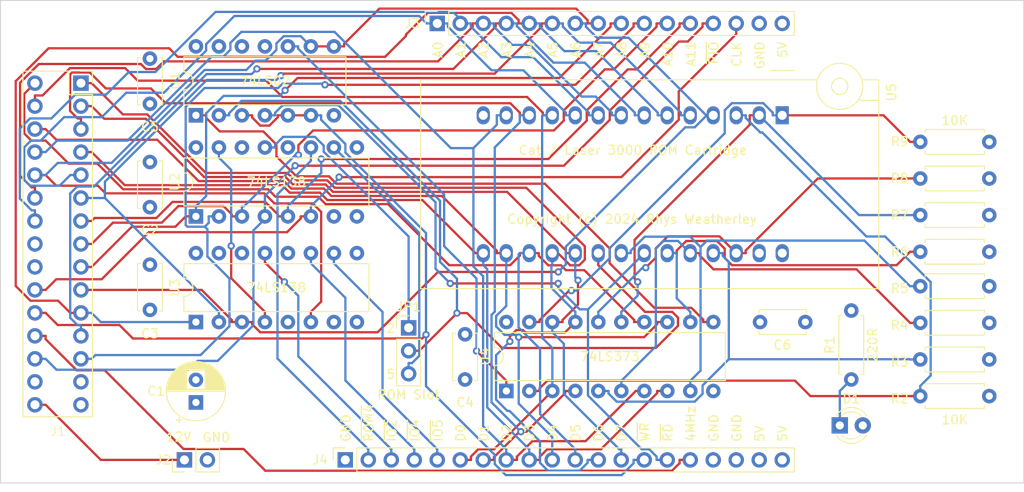
<source format=kicad_pcb>
(kicad_pcb (version 20221018) (generator pcbnew)
  (layers (0 "F.Cu" signal) (1 "In1.Cu" signal) (2 "In2.Cu" signal) (31 "B.Cu" signal) (34 "B.Paste" user) (35 "F.Paste" user) (36 "B.SilkS" user "B.Silkscreen") (37 "F.SilkS" user "F.Silkscreen") (38 "B.Mask" user) (39 "F.Mask" user) (44 "Edge.Cuts" user))
  (net 0 "")
  (net 1 "+5V")
  (net 2 "GND")
  (net 3 "Net-(D1-K)")
  (net 4 "D6")
  (net 5 "D7")
  (net 6 "D1")
  (net 7 "D3")
  (net 8 "A0")
  (net 9 "A5")
  (net 10 "A11")
  (net 11 "A10")
  (net 12 "A8")
  (net 13 "A6")
  (net 14 "A4")
  (net 15 "A3")
  (net 16 "A9")
  (net 17 "D5")
  (net 18 "D0")
  (net 19 "D4")
  (net 20 "D2")
  (net 21 "A7")
  (net 22 "A2")
  (net 23 "A1")
  (net 26 "PHI0")
  (net 27 "~{WR}")
  (net 28 "F4M")
  (net 29 "~{PIOSEL}")
  (net 31 "Net-(J1-Pin_30)")
  (net 32 "~{RD}")
  (net 33 "~{IO2}")
  (net 34 "~{IO4}")
  (net 35 "~{IO5}")
  (net 36 "~{ROM4}")
  (net 37 "Net-(JP1-A)")
  (net 38 "~{ROMCS}")
  (net 39 "Net-(JP1-B)")
  (net 40 "ROMA7")
  (net 41 "ROMA8")
  (net 42 "ROMA9")
  (net 43 "ROMA10")
  (net 44 "ROMA11")
  (net 45 "ROMA12")
  (net 46 "ROMA13")
  (net 47 "ROMA14")
  (net 48 "BANK")
  (net 49 "Net-(U4-OE)")
  (net 55 "Net-(U2-O0)")
  (footprint "Connector_PinHeader_2.54mm:PinHeader_1x02_P2.54mm_Vertical" (layer "F.Cu") (at 87.63 104.14 90)
    (fp_text reference "J2")
    (fp_text value "12V")
  )
  (footprint "LED_THT:LED_D3.0mm" (layer "F.Cu") (at 160.02 100.33)
    (fp_text reference "D1")
    (fp_text value "LED")
  )
  (footprint "Resistor_THT:R_Axial_DIN0207_L6.3mm_D2.5mm_P7.62mm_Horizontal" (layer "F.Cu") (at 176.53 97.085 180)
    (fp_text reference "R2")
    (fp_text value "10K")
  )
  (footprint "Resistor_THT:R_Axial_DIN0207_L6.3mm_D2.5mm_P7.62mm_Horizontal" (layer "F.Cu") (at 176.53 84.935 180)
    (fp_text reference "R5")
    (fp_text value "10K")
  )
  (footprint "Resistor_THT:R_Axial_DIN0207_L6.3mm_D2.5mm_P7.62mm_Horizontal" (layer "F.Cu") (at 161.29 95.25 90)
    (fp_text reference "R1")
    (fp_text value "220R")
  )
  (footprint "Capacitor_THT:CP_Radial_D6.3mm_P2.50mm" (layer "F.Cu") (at 88.9 97.79 90)
    (fp_text reference "C1")
    (fp_text value "47uF")
  )
  (footprint "Resistor_THT:R_Axial_DIN0207_L6.3mm_D2.5mm_P7.62mm_Horizontal" (layer "F.Cu") (at 176.53 68.975 180)
    (fp_text reference "R9")
    (fp_text value "10K")
  )
  (footprint "Package_DIP:DIP-16_W7.62mm" (layer "F.Cu") (at 88.9 88.9 90)
    (fp_text reference "U3")
    (fp_text value "74LS138")
  )
  (footprint "Resistor_THT:R_Axial_DIN0207_L6.3mm_D2.5mm_P7.62mm_Horizontal" (layer "F.Cu") (at 176.53 77.075 180)
    (fp_text reference "R7")
    (fp_text value "10K")
  )
  (footprint "Capacitor_THT:C_Disc_D5.0mm_W2.5mm_P5.00mm" (layer "F.Cu") (at 118.628 90.25 -90)
    (fp_text reference "C4")
    (fp_text value "100nF")
  )
  (footprint "Capacitor_THT:C_Disc_D5.0mm_W2.5mm_P5.00mm" (layer "F.Cu") (at 83.82 71.2 -90)
    (fp_text reference "C2")
    (fp_text value "100nF")
  )
  (footprint "Connector_PinSocket_2.54mm:PinSocket_1x16_P2.54mm_Vertical" (layer "F.Cu") (at 115.56 55.88 90)
    (fp_text reference "J3")
    (fp_text value "Bus 1")
  )
  (footprint "Resistor_THT:R_Axial_DIN0207_L6.3mm_D2.5mm_P7.62mm_Horizontal" (layer "F.Cu") (at 176.53 88.985 180)
    (fp_text reference "R4")
    (fp_text value "10K")
  )
  (footprint "MountingHole:MountingHole_3mm" (layer "F.Cu") (at 97.79 102.87)
    (fp_text reference "H3" hide)
    (fp_text value "3mm")
  )
  (footprint "MountingHole:MountingHole_3mm" (layer "F.Cu") (at 176.53 57.15)
    (fp_text reference "H1" hide)
    (fp_text value "3mm")
  )
  (footprint "MountingHole:MountingHole_3mm" (layer "F.Cu") (at 109.22 57.15)
    (fp_text reference "H4" hide)
    (fp_text value "3mm")
  )
  (footprint "Package_DIP:DIP-16_W7.62mm" (layer "F.Cu") (at 88.9 77.216 90)
    (fp_text reference "U2")
    (fp_text value "74LS138")
  )
  (footprint "Resistor_THT:R_Axial_DIN0207_L6.3mm_D2.5mm_P7.62mm_Horizontal" (layer "F.Cu") (at 176.53 73.025 180)
    (fp_text reference "R8")
    (fp_text value "10K")
  )
  (footprint "Capacitor_THT:C_Disc_D5.0mm_W2.5mm_P5.00mm" (layer "F.Cu") (at 151.21 88.9)
    (fp_text reference "C6")
    (fp_text value "100nF")
  )
  (footprint "Capacitor_THT:C_Disc_D5.0mm_W2.5mm_P5.00mm" (layer "F.Cu") (at 83.82 59.77 -90)
    (fp_text reference "C5")
    (fp_text value "100nF")
  )
  (footprint "EdgeConnector:Edge_Connector_30pin" (layer "F.Cu") (at 71.12 59.944)
    (fp_text reference "J1")
    (fp_text value "RS232")
  )
  (footprint "Package_DIP:DIP-14_W7.62mm" (layer "F.Cu") (at 88.9 66.04 90)
    (fp_text reference "U1")
    (fp_text value "74LS02")
  )
  (footprint "Socket:DIP_Socket-28_W11.9_W12.7_W15.24_W17.78_W18.5_3M_228-1277-00-0602J" (layer "F.Cu") (at 153.66 66.04 -90)
    (fp_text reference "U5")
    (fp_text value "28C256")
  )
  (footprint "Package_DIP:DIP-20_W7.62mm" (layer "F.Cu") (at 123.19 96.52 90)
    (fp_text reference "U4")
    (fp_text value "74LS373")
  )
  (footprint "Resistor_THT:R_Axial_DIN0207_L6.3mm_D2.5mm_P7.62mm_Horizontal" (layer "F.Cu") (at 176.53 93.035 180)
    (fp_text reference "R3")
    (fp_text value "10K")
  )
  (footprint "Connector_PinHeader_2.54mm:PinHeader_1x03_P2.54mm_Vertical" (layer "F.Cu") (at 112.395 89.535)
    (fp_text reference "JP1")
    (fp_text value "ROM Slot")
  )
  (footprint "Connector_PinSocket_2.54mm:PinSocket_1x20_P2.54mm_Vertical" (layer "F.Cu") (at 105.4 104.14 90)
    (fp_text reference "J4")
    (fp_text value "Bus 2")
  )
  (footprint "MountingHole:MountingHole_3mm" (layer "F.Cu") (at 176.53 102.87)
    (fp_text reference "H2" hide)
    (fp_text value "3mm")
  )
  (footprint "Capacitor_THT:C_Disc_D5.0mm_W2.5mm_P5.00mm" (layer "F.Cu") (at 83.82 82.55 -90)
    (fp_text reference "C3")
    (fp_text value "100nF")
  )
  (footprint "Resistor_THT:R_Axial_DIN0207_L6.3mm_D2.5mm_P7.62mm_Horizontal" (layer "F.Cu") (at 176.53 81.125 180)
    (fp_text reference "R6")
    (fp_text value "10K")
  )
  (gr_rect (start 67.31 53.34) (end 180.34 106.68) (stroke (width 0.1)) (fill none) (layer "Edge.Cuts"))
  (gr_text "~{IO4}" (at 113.665 102.235 90) (layer "F.SilkS") (effects (font (size 1 1)) (justify left bottom)))
  (gr_text "2" (at 109.855 90.17) (layer "F.SilkS") (effects (font (size 1 1)) (justify left bottom)))
  (gr_text "Cat / Laser 3000 ROM Cartridge" (at 124.46 70.485) (layer "F.SilkS") (effects (font (size 1 1)) (justify left bottom)))
  (gr_text "5V" (at 154.305 102.235 90) (layer "F.SilkS") (effects (font (size 1 1)) (justify left bottom)))
  (gr_text "A3" (at 123.825 57.785 90) (layer "F.SilkS") (effects (font (size 1 1)) (justify right bottom)))
  (gr_text "A0" (at 116.205 57.785 90) (layer "F.SilkS") (effects (font (size 1 1)) (justify right bottom)))
  (gr_text "A10" (at 141.605 57.785 90) (layer "F.SilkS") (effects (font (size 1 1)) (justify right bottom)))
  (gr_text "D7" (at 136.525 102.235 90) (layer "F.SilkS") (effects (font (size 1 1)) (justify left bottom)))
  (gr_text "~{WR}" (at 139.065 102.235 90) (layer "F.SilkS") (effects (font (size 1 1)) (justify left bottom)))
  (gr_text "A6" (at 131.445 57.785 90) (layer "F.SilkS") (effects (font (size 1 1)) (justify right bottom)))
  (gr_text "~{ROM4}" (at 108.585 102.235 90) (layer "F.SilkS") (effects (font (size 1 1)) (justify left bottom)))
  (gr_text "5V" (at 151.765 102.235 90) (layer "F.SilkS") (effects (font (size 1 1)) (justify left bottom)))
  (gr_text "D4" (at 128.905 102.235 90) (layer "F.SilkS") (effects (font (size 1 1)) (justify left bottom)))
  (gr_text "A9" (at 139.065 57.785 90) (layer "F.SilkS") (effects (font (size 1 1)) (justify right bottom)))
  (gr_text "4MHz" (at 144.145 102.235 90) (layer "F.SilkS") (effects (font (size 1 1)) (justify left bottom)))
  (gr_text "GND" (at 149.225 102.235 90) (layer "F.SilkS") (effects (font (size 1 1)) (justify left bottom)))
  (gr_text "D2" (at 123.825 102.235 90) (layer "F.SilkS") (effects (font (size 1 1)) (justify left bottom)))
  (gr_text "~{PIO}" (at 146.685 57.785 90) (layer "F.SilkS") (effects (font (size 1 1)) (justify right bottom)))
  (gr_text "GND" (at 106.045 102.235 90) (layer "F.SilkS") (effects (font (size 1 1)) (justify left bottom)))
  (gr_text "Copyright (c) 2024 Rhys Weatherley" (at 123.19 78.105) (layer "F.SilkS") (effects (font (size 1 1)) (justify left bottom)))
  (gr_text "GND" (at 151.765 57.785 90) (layer "F.SilkS") (effects (font (size 1 1)) (justify right bottom)))
  (gr_text "A5" (at 128.905 57.785 90) (layer "F.SilkS") (effects (font (size 1 1)) (justify right bottom)))
  (gr_text "~{IO2}" (at 111.125 102.235 90) (layer "F.SilkS") (effects (font (size 1 1)) (justify left bottom)))
  (gr_text "A1" (at 118.745 57.785 90) (layer "F.SilkS") (effects (font (size 1 1)) (justify right bottom)))
  (gr_text "D5" (at 131.445 102.235 90) (layer "F.SilkS") (effects (font (size 1 1)) (justify left bottom)))
  (gr_text "~{IO5}" (at 116.205 102.235 90) (layer "F.SilkS") (effects (font (size 1 1)) (justify left bottom)))
  (gr_text "5" (at 109.855 95.25) (layer "F.SilkS") (effects (font (size 1 1)) (justify left bottom)))
  (gr_text "D0" (at 118.745 102.235 90) (layer "F.SilkS") (effects (font (size 1 1)) (justify left bottom)))
  (gr_text "CLK" (at 149.225 57.785 90) (layer "F.SilkS") (effects (font (size 1 1)) (justify right bottom)))
  (gr_text "D1" (at 121.285 102.235 90) (layer "F.SilkS") (effects (font (size 1 1)) (justify left bottom)))
  (gr_text "GND" (at 146.685 102.235 90) (layer "F.SilkS") (effects (font (size 1 1)) (justify left bottom)))
  (gr_text "A8" (at 136.525 57.785 90) (layer "F.SilkS") (effects (font (size 1 1)) (justify right bottom)))
  (gr_text "5V" (at 154.305 57.785 90) (layer "F.SilkS") (effects (font (size 1 1)) (justify right bottom)))
  (gr_text "A7" (at 133.985 57.785 90) (layer "F.SilkS") (effects (font (size 1 1)) (justify right bottom)))
  (gr_text "GND" (at 89.535 102.235) (layer "F.SilkS") (effects (font (size 1 1)) (justify left bottom)))
  (gr_text "~{RD}" (at 141.605 102.235 90) (layer "F.SilkS") (effects (font (size 1 1)) (justify left bottom)))
  (gr_text "D6" (at 133.985 102.235 90) (layer "F.SilkS") (effects (font (size 1 1)) (justify left bottom)))
  (gr_text "A2" (at 121.285 57.785 90) (layer "F.SilkS") (effects (font (size 1 1)) (justify right bottom)))
  (gr_text "A4" (at 126.365 57.785 90) (layer "F.SilkS") (effects (font (size 1 1)) (justify right bottom)))
  (gr_text "D3" (at 126.365 102.235 90) (layer "F.SilkS") (effects (font (size 1 1)) (justify left bottom)))
  (gr_text "A11" (at 144.145 57.785 90) (layer "F.SilkS") (effects (font (size 1 1)) (justify right bottom)))
  (segment (start 160.02 96.52) (end 160.02 100.33) (width 0.25) (layer "B.Cu") (net 3))
  (segment (start 161.29 95.25) (end 160.02 96.52) (width 0.25) (layer "B.Cu") (net 3))
  (segment (start 89.9921 72.4092) (end 98.9851 72.4092) (width 0.25) (layer "F.Cu") (net 4))
  (segment (start 125.3888 74.0514) (end 131.8584 80.521) (width 0.25) (layer "F.Cu") (net 4))
  (segment (start 123.5775 91.041) (end 123.5775 90.5006) (width 0.25) (layer "F.Cu") (net 4))
  (segment (start 104.2242 74.0514) (end 125.3888 74.0514) (width 0.25) (layer "F.Cu") (net 4))
  (segment (start 131.2363 82.6225) (end 130.2388 82.6225) (width 0.25) (layer "F.Cu") (net 4))
  (segment (start 123.5775 90.5006) (end 124.2912 89.7869) (width 0.25) (layer "F.Cu") (net 4))
  (segment (start 125.0232 89.7869) (end 125.3014 90.0651) (width 0.25) (layer "F.Cu") (net 4))
  (segment (start 99.812 73.2361) (end 103.4089 73.2361) (width 0.25) (layer "F.Cu") (net 4))
  (segment (start 125.3014 90.0651) (end 129.6449 90.0651) (width 0.25) (layer "F.Cu") (net 4))
  (segment (start 98.9851 72.4092) (end 99.812 73.2361) (width 0.25) (layer "F.Cu") (net 4))
  (segment (start 131.8584 82.0004) (end 131.2363 82.6225) (width 0.25) (layer "F.Cu") (net 4))
  (segment (start 131.8584 80.521) (end 131.8584 82.0004) (width 0.25) (layer "F.Cu") (net 4))
  (segment (start 124.2912 89.7869) (end 125.0232 89.7869) (width 0.25) (layer "F.Cu") (net 4))
  (segment (start 77.3769 62.484) (end 80.8297 65.9368) (width 0.25) (layer "F.Cu") (net 4))
  (segment (start 76.2 62.484) (end 77.3769 62.484) (width 0.25) (layer "F.Cu") (net 4))
  (segment (start 128.8963 81.28) (end 128.26 81.28) (width 0.25) (layer "F.Cu") (net 4))
  (segment (start 103.4089 73.2361) (end 104.2242 74.0514) (width 0.25) (layer "F.Cu") (net 4))
  (segment (start 129.6449 90.0651) (end 130.81 88.9) (width 0.25) (layer "F.Cu") (net 4))
  (segment (start 130.2388 82.6225) (end 128.8963 81.28) (width 0.25) (layer "F.Cu") (net 4))
  (segment (start 83.5197 65.9368) (end 89.9921 72.4092) (width 0.25) (layer "F.Cu") (net 4))
  (segment (start 80.8297 65.9368) (end 83.5197 65.9368) (width 0.25) (layer "F.Cu") (net 4))
  (via (at 123.5775 91.041) (size 0.8) (drill 0.4) (layers "F.Cu" "B.Cu") (net 4))
  (segment (start 130.81 88.9) (end 130.81 87.7731) (width 0.25) (layer "B.Cu") (net 4))
  (segment (start 127.7745 105.3292) (end 126.9058 104.4605) (width 0.25) (layer "B.Cu") (net 4))
  (segment (start 133.34 104.14) (end 132.1631 104.14) (width 0.25) (layer "B.Cu") (net 4))
  (segment (start 131.2919 105.3292) (end 127.7745 105.3292) (width 0.25) (layer "B.Cu") (net 4))
  (segment (start 123.3028 98.729) (end 122.0551 97.4813) (width 0.25) (layer "B.Cu") (net 4))
  (segment (start 132.1631 104.14) (end 132.1631 104.458) (width 0.25) (layer "B.Cu") (net 4))
  (segment (start 128.1675 82.6994) (end 128.1675 85.1306) (width 0.25) (layer "B.Cu") (net 4))
  (segment (start 122.0551 92.5634) (end 123.5775 91.041) (width 0.25) (layer "B.Cu") (net 4))
  (segment (start 122.0551 97.4813) (end 122.0551 92.5634) (width 0.25) (layer "B.Cu") (net 4))
  (segment (start 132.1631 104.458) (end 131.2919 105.3292) (width 0.25) (layer "B.Cu") (net 4))
  (segment (start 128.26 82.6069) (end 128.1675 82.6994) (width 0.25) (layer "B.Cu") (net 4))
  (segment (start 126.9058 102.0895) (end 123.5453 98.729) (width 0.25) (layer "B.Cu") (net 4))
  (segment (start 126.9058 104.4605) (end 126.9058 102.0895) (width 0.25) (layer "B.Cu") (net 4))
  (segment (start 128.1675 85.1306) (end 130.81 87.7731) (width 0.25) (layer "B.Cu") (net 4))
  (segment (start 123.5453 98.729) (end 123.3028 98.729) (width 0.25) (layer "B.Cu") (net 4))
  (segment (start 128.26 81.28) (end 128.26 82.6069) (width 0.25) (layer "B.Cu") (net 4))
  (segment (start 128.27 88.9) (end 129.3969 88.9) (width 0.25) (layer "F.Cu") (net 5))
  (segment (start 104.037 74.5033) (end 123.2708 74.5033) (width 0.25) (layer "F.Cu") (net 5))
  (segment (start 76.2 65.024) (end 77.3769 65.024) (width 0.25) (layer "F.Cu") (net 5))
  (segment (start 98.7979 72.8611) (end 99.6248 73.688) (width 0.25) (layer "F.Cu") (net 5))
  (segment (start 130.8 81.28) (end 129.7531 81.28) (width 0.25) (layer "F.Cu") (net 5))
  (segment (start 77.3769 65.024) (end 78.7745 66.4216) (width 0.25) (layer "F.Cu") (net 5))
  (segment (start 129.3969 88.6666) (end 131.1024 86.9611) (width 0.25) (layer "F.Cu") (net 5))
  (segment (start 89.8049 72.8611) (end 98.7979 72.8611) (width 0.25) (layer "F.Cu") (net 5))
  (segment (start 83.3654 66.4216) (end 89.8049 72.8611) (width 0.25) (layer "F.Cu") (net 5))
  (segment (start 78.7745 66.4216) (end 83.3654 66.4216) (width 0.25) (layer "F.Cu") (net 5))
  (segment (start 129.7531 80.9856) (end 129.7531 81.28) (width 0.25) (layer "F.Cu") (net 5))
  (segment (start 103.2217 73.688) (end 104.037 74.5033) (width 0.25) (layer "F.Cu") (net 5))
  (segment (start 129.3969 88.9) (end 129.3969 88.6666) (width 0.25) (layer "F.Cu") (net 5))
  (segment (start 99.6248 73.688) (end 103.2217 73.688) (width 0.25) (layer "F.Cu") (net 5))
  (segment (start 131.1024 86.9611) (end 131.1024 84.2736) (width 0.25) (layer "F.Cu") (net 5))
  (segment (start 123.2708 74.5033) (end 129.7531 80.9856) (width 0.25) (layer "F.Cu") (net 5))
  (via (at 131.1024 84.2736) (size 0.8) (drill 0.4) (layers "F.Cu" "B.Cu") (net 5))
  (segment (start 130.8 83.9712) (end 131.1024 84.2736) (width 0.25) (layer "B.Cu") (net 5))
  (segment (start 130.8 82.6069) (end 130.8 83.9712) (width 0.25) (layer "B.Cu") (net 5))
  (segment (start 129.54 96.8438) (end 129.54 91.2969) (width 0.25) (layer "B.Cu") (net 5))
  (segment (start 130.8 81.28) (end 130.8 82.6069) (width 0.25) (layer "B.Cu") (net 5))
  (segment (start 135.6593 102.9631) (end 129.54 96.8438) (width 0.25) (layer "B.Cu") (net 5))
  (segment (start 135.88 102.9631) (end 135.6593 102.9631) (width 0.25) (layer "B.Cu") (net 5))
  (segment (start 135.88 104.14) (end 135.88 102.9631) (width 0.25) (layer "B.Cu") (net 5))
  (segment (start 129.54 91.2969) (end 128.27 90.0269) (width 0.25) (layer "B.Cu") (net 5))
  (segment (start 128.27 88.9) (end 128.27 90.0269) (width 0.25) (layer "B.Cu") (net 5))
  (segment (start 120.64 104.14) (end 121.8169 104.14) (width 0.25) (layer "F.Cu") (net 6))
  (segment (start 124.795 101.024) (end 125.4126 101.024) (width 0.25) (layer "F.Cu") (net 6))
  (segment (start 125.72 66.04) (end 124.6731 66.04) (width 0.25) (layer "F.Cu") (net 6))
  (segment (start 78.949 63.0707) (end 77.1854 61.3071) (width 0.25) (layer "F.Cu") (net 6))
  (segment (start 124.6731 66.04) (end 124.6731 65.7456) (width 0.25) (layer "F.Cu") (net 6))
  (segment (start 124.6316 101.024) (end 124.795 101.024) (width 0.25) (layer "F.Cu") (net 6))
  (segment (start 123.6295 64.702) (end 85.5591 64.702) (width 0.25) (layer "F.Cu") (net 6))
  (segment (start 83.9278 63.0707) (end 78.949 63.0707) (width 0.25) (layer "F.Cu") (net 6))
  (segment (start 76.2 67.564) (end 76.2 66.3871) (width 0.25) (layer "F.Cu") (net 6))
  (segment (start 130.81 96.52) (end 129.6831 96.52) (width 0.25) (layer "F.Cu") (net 6))
  (segment (start 75.0011 65.554) (end 75.8342 66.3871) (width 0.25) (layer "F.Cu") (net 6))
  (segment (start 77.1854 61.3071) (end 75.2146 61.3071) (width 0.25) (layer "F.Cu") (net 6))
  (segment (start 124.6731 65.7456) (end 123.6295 64.702) (width 0.25) (layer "F.Cu") (net 6))
  (segment (start 125.4126 101.024) (end 129.6831 96.7535) (width 0.25) (layer "F.Cu") (net 6))
  (segment (start 85.5591 64.702) (end 83.9278 63.0707) (width 0.25) (layer "F.Cu") (net 6))
  (segment (start 75.0011 61.5206) (end 75.0011 65.554) (width 0.25) (layer "F.Cu") (net 6))
  (segment (start 129.6831 96.7535) (end 129.6831 96.52) (width 0.25) (layer "F.Cu") (net 6))
  (segment (start 75.8342 66.3871) (end 76.2 66.3871) (width 0.25) (layer "F.Cu") (net 6))
  (segment (start 121.8169 103.8387) (end 124.6316 101.024) (width 0.25) (layer "F.Cu") (net 6))
  (segment (start 121.8169 104.14) (end 121.8169 103.8387) (width 0.25) (layer "F.Cu") (net 6))
  (segment (start 75.2146 61.3071) (end 75.0011 61.5206) (width 0.25) (layer "F.Cu") (net 6))
  (via (at 124.795 101.024) (size 0.8) (drill 0.4) (layers "F.Cu" "B.Cu") (net 6))
  (segment (start 121.5545 97.7835) (end 121.5545 88.0989) (width 0.25) (layer "B.Cu") (net 6))
  (segment (start 124.795 101.024) (end 121.5545 97.7835) (width 0.25) (layer "B.Cu") (net 6))
  (segment (start 121.5545 88.0989) (end 121.91 87.7434) (width 0.25) (layer "B.Cu") (net 6))
  (segment (start 121.91 87.7434) (end 121.91 69.5855) (width 0.25) (layer "B.Cu") (net 6))
  (segment (start 121.91 69.5855) (end 124.6731 66.8224) (width 0.25) (layer "B.Cu") (net 6))
  (segment (start 124.6731 66.8224) (end 124.6731 66.04) (width 0.25) (layer "B.Cu") (net 6))
  (segment (start 125.72 66.04) (end 124.6731 66.04) (width 0.25) (layer "B.Cu") (net 6))
  (segment (start 98.4235 73.7649) (end 99.2504 74.5918) (width 0.25) (layer "F.Cu") (net 7))
  (segment (start 126.8969 103.7721) (end 127.7059 102.9631) (width 0.25) (layer "F.Cu") (net 7))
  (segment (start 81.0446 73.7649) (end 98.4235 73.7649) (width 0.25) (layer "F.Cu") (net 7))
  (segment (start 126.8969 104.14) (end 126.8969 103.7721) (width 0.25) (layer "F.Cu") (net 7))
  (segment (start 133.6335 102.9631) (end 139.8431 96.7535) (width 0.25) (layer "F.Cu") (net 7))
  (segment (start 76.2 70.104) (end 77.3769 70.104) (width 0.25) (layer "F.Cu") (net 7))
  (segment (start 103.4146 75.4071) (end 113.9074 75.4071) (width 0.25) (layer "F.Cu") (net 7))
  (segment (start 77.3837 70.104) (end 81.0446 73.7649) (width 0.25) (layer "F.Cu") (net 7))
  (segment (start 140.97 96.52) (end 139.8431 96.52) (width 0.25) (layer "F.Cu") (net 7))
  (segment (start 139.8431 96.7535) (end 139.8431 96.52) (width 0.25) (layer "F.Cu") (net 7))
  (segment (start 127.7059 102.9631) (end 133.6335 102.9631) (width 0.25) (layer "F.Cu") (net 7))
  (segment (start 77.3769 70.104) (end 77.3837 70.104) (width 0.25) (layer "F.Cu") (net 7))
  (segment (start 113.9074 75.4071) (end 119.7803 81.28) (width 0.25) (layer "F.Cu") (net 7))
  (segment (start 120.64 81.28) (end 119.7803 81.28) (width 0.25) (layer "F.Cu") (net 7))
  (segment (start 102.5993 74.5918) (end 103.4146 75.4071) (width 0.25) (layer "F.Cu") (net 7))
  (segment (start 99.2504 74.5918) (end 102.5993 74.5918) (width 0.25) (layer "F.Cu") (net 7))
  (segment (start 125.72 104.14) (end 126.8969 104.14) (width 0.25) (layer "F.Cu") (net 7))
  (segment (start 121.0752 98.3321) (end 121.0752 83.0421) (width 0.25) (layer "B.Cu") (net 7))
  (segment (start 121.0752 83.0421) (end 120.64 82.6069) (width 0.25) (layer "B.Cu") (net 7))
  (segment (start 125.72 102.9631) (end 125.7062 102.9631) (width 0.25) (layer "B.Cu") (net 7))
  (segment (start 120.64 81.28) (end 120.64 82.6069) (width 0.25) (layer "B.Cu") (net 7))
  (segment (start 125.7062 102.9631) (end 121.0752 98.3321) (width 0.25) (layer "B.Cu") (net 7))
  (segment (start 125.72 104.14) (end 125.72 102.9631) (width 0.25) (layer "B.Cu") (net 7))
  (segment (start 121.5514 61.0623) (end 116.7369 56.2478) (width 0.25) (layer "B.Cu") (net 8))
  (segment (start 93.1424 55.0588) (end 113.5619 55.0588) (width 0.25) (layer "B.Cu") (net 8))
  (segment (start 115.56 55.88) (end 114.3831 55.88) (width 0.25) (layer "B.Cu") (net 8))
  (segment (start 81.2018 63.543) (end 85.3707 63.543) (width 0.25) (layer "B.Cu") (net 8))
  (segment (start 78.5007 66.2441) (end 81.2018 63.543) (width 0.25) (layer "B.Cu") (net 8))
  (segment (start 73.8454 73.8217) (end 70.5787 73.8217) (width 0.25) (layer "B.Cu") (net 8))
  (segment (start 71.7502 68.834) (end 74.3401 66.2441) (width 0.25) (layer "B.Cu") (net 8))
  (segment (start 115.56 55.88) (end 116.7369 55.88) (width 0.25) (layer "B.Cu") (net 8))
  (segment (start 129.7531 66.04) (end 129.7531 65.7456) (width 0.25) (layer "B.Cu") (net 8))
  (segment (start 75.0231 72.644) (end 73.8454 73.8217) (width 0.25) (layer "B.Cu") (net 8))
  (segment (start 129.7531 65.7456) (end 125.0698 61.0623) (width 0.25) (layer "B.Cu") (net 8))
  (segment (start 130.8 66.04) (end 129.7531 66.04) (width 0.25) (layer "B.Cu") (net 8))
  (segment (start 70.5787 73.8217) (end 69.93 73.173) (width 0.25) (layer "B.Cu") (net 8))
  (segment (start 70.6758 68.834) (end 71.7502 68.834) (width 0.25) (layer "B.Cu") (net 8))
  (segment (start 116.7369 56.2478) (end 116.7369 55.88) (width 0.25) (layer "B.Cu") (net 8))
  (segment (start 74.3401 66.2441) (end 78.5007 66.2441) (width 0.25) (layer "B.Cu") (net 8))
  (segment (start 69.93 73.173) (end 69.93 69.5798) (width 0.25) (layer "B.Cu") (net 8))
  (segment (start 90.0269 58.8868) (end 90.0269 58.1743) (width 0.25) (layer "B.Cu") (net 8))
  (segment (start 76.2 72.644) (end 75.0231 72.644) (width 0.25) (layer "B.Cu") (net 8))
  (segment (start 90.0269 58.1743) (end 93.1424 55.0588) (width 0.25) (layer "B.Cu") (net 8))
  (segment (start 85.3707 63.543) (end 90.0269 58.8868) (width 0.25) (layer "B.Cu") (net 8))
  (segment (start 125.0698 61.0623) (end 121.5514 61.0623) (width 0.25) (layer "B.Cu") (net 8))
  (segment (start 113.5619 55.0588) (end 114.3831 55.88) (width 0.25) (layer "B.Cu") (net 8))
  (segment (start 69.93 69.5798) (end 70.6758 68.834) (width 0.25) (layer "B.Cu") (net 8))
  (segment (start 121.8999 61.431) (end 98.4992 61.431) (width 0.25) (layer "F.Cu") (net 9))
  (segment (start 127.0831 55.88) (end 127.0831 56.2478) (width 0.25) (layer "F.Cu") (net 9))
  (segment (start 98.4992 61.431) (end 98.2796 61.6506) (width 0.25) (layer "F.Cu") (net 9))
  (segment (start 127.0831 56.2478) (end 121.8999 61.431) (width 0.25) (layer "F.Cu") (net 9))
  (segment (start 128.26 55.88) (end 127.0831 55.88) (width 0.25) (layer "F.Cu") (net 9))
  (via (at 98.2796 61.6506) (size 0.8) (drill 0.4) (layers "F.Cu" "B.Cu") (net 9))
  (segment (start 131.1965 58.0054) (end 134.7129 58.0054) (width 0.25) (layer "B.Cu") (net 9))
  (segment (start 97.7999 62.1303) (end 98.2796 61.6506) (width 0.25) (layer "B.Cu") (net 9))
  (segment (start 76.2 75.184) (end 77.2635 75.184) (width 0.25) (layer "B.Cu") (net 9))
  (segment (start 90.1023 62.1303) (end 97.7999 62.1303) (width 0.25) (layer "B.Cu") (net 9))
  (segment (start 134.7129 58.0054) (end 142.4531 65.7456) (width 0.25) (layer "B.Cu") (net 9))
  (segment (start 128.26 55.88) (end 129.4369 55.88) (width 0.25) (layer "B.Cu") (net 9))
  (segment (start 78.8509 75.184) (end 78.8509 73.3817) (width 0.25) (layer "B.Cu") (net 9))
  (segment (start 142.4531 65.7456) (end 142.4531 66.04) (width 0.25) (layer "B.Cu") (net 9))
  (segment (start 129.4369 56.2458) (end 131.1965 58.0054) (width 0.25) (layer "B.Cu") (net 9))
  (segment (start 143.5 66.04) (end 142.4531 66.04) (width 0.25) (layer "B.Cu") (net 9))
  (segment (start 91.44 88.9) (end 91.44 87.7731) (width 0.25) (layer "B.Cu") (net 9))
  (segment (start 78.8509 73.3817) (end 90.1023 62.1303) (width 0.25) (layer "B.Cu") (net 9))
  (segment (start 77.2635 75.184) (end 78.8509 75.184) (width 0.25) (layer "B.Cu") (net 9))
  (segment (start 129.4369 55.88) (end 129.4369 56.2458) (width 0.25) (layer "B.Cu") (net 9))
  (segment (start 78.8509 75.184) (end 91.44 87.7731) (width 0.25) (layer "B.Cu") (net 9))
  (segment (start 84.5358 77.3922) (end 86.3165 75.6115) (width 0.25) (layer "F.Cu") (net 10))
  (segment (start 136.6032 60.9626) (end 137.6063 60.9626) (width 0.25) (layer "F.Cu") (net 10))
  (segment (start 97.9331 76.9873) (end 97.9331 77.216) (width 0.25) (layer "F.Cu") (net 10))
  (segment (start 96.5573 75.6115) (end 97.9331 76.9873) (width 0.25) (layer "F.Cu") (net 10))
  (segment (start 86.3165 75.6115) (end 96.5573 75.6115) (width 0.25) (layer "F.Cu") (net 10))
  (segment (start 132.07 66.6233) (end 132.07 65.4958) (width 0.25) (layer "F.Cu") (net 10))
  (segment (start 77.3769 77.724) (end 77.7087 77.3922) (width 0.25) (layer "F.Cu") (net 10))
  (segment (start 77.7087 77.3922) (end 84.5358 77.3922) (width 0.25) (layer "F.Cu") (net 10))
  (segment (start 137.6063 60.9626) (end 142.3231 56.2458) (width 0.25) (layer "F.Cu") (net 10))
  (segment (start 99.06 77.216) (end 97.9331 77.216) (width 0.25) (layer "F.Cu") (net 10))
  (segment (start 102.7429 70.8725) (end 127.8208 70.8725) (width 0.25) (layer "F.Cu") (net 10))
  (segment (start 142.3231 56.2458) (end 142.3231 55.88) (width 0.25) (layer "F.Cu") (net 10))
  (segment (start 76.2 77.724) (end 77.3769 77.724) (width 0.25) (layer "F.Cu") (net 10))
  (segment (start 127.8208 70.8725) (end 132.07 66.6233) (width 0.25) (layer "F.Cu") (net 10))
  (segment (start 143.5 55.88) (end 142.3231 55.88) (width 0.25) (layer "F.Cu") (net 10))
  (segment (start 132.07 65.4958) (end 136.6032 60.9626) (width 0.25) (layer "F.Cu") (net 10))
  (via (at 102.7429 70.8725) (size 0.8) (drill 0.4) (layers "F.Cu" "B.Cu") (net 10))
  (segment (start 99.06 77.216) (end 99.06 76.0891) (width 0.25) (layer "B.Cu") (net 10))
  (segment (start 99.06 76.0891) (end 102.7429 72.4062) (width 0.25) (layer "B.Cu") (net 10))
  (segment (start 102.7429 72.4062) (end 102.7429 70.8725) (width 0.25) (layer "B.Cu") (net 10))
  (segment (start 134.0632 60.9626) (end 129.53 65.4958) (width 0.25) (layer "F.Cu") (net 11))
  (segment (start 93.98 77.216) (end 92.8531 77.216) (width 0.25) (layer "F.Cu") (net 11))
  (segment (start 139.7831 56.2458) (end 135.0663 60.9626) (width 0.25) (layer "F.Cu") (net 11))
  (segment (start 128.4392 67.7145) (end 101.844 67.7145) (width 0.25) (layer "F.Cu") (net 11))
  (segment (start 101.844 67.7145) (end 100.2203 69.3382) (width 0.25) (layer "F.Cu") (net 11))
  (segment (start 77.3769 80.264) (end 79.7317 77.9092) (width 0.25) (layer "F.Cu") (net 11))
  (segment (start 100.2203 69.3382) (end 100.2203 70.4264) (width 0.25) (layer "F.Cu") (net 11))
  (segment (start 91.9468 76.0762) (end 92.8531 76.9825) (width 0.25) (layer "F.Cu") (net 11))
  (segment (start 135.0663 60.9626) (end 134.0632 60.9626) (width 0.25) (layer "F.Cu") (net 11))
  (segment (start 76.2 80.264) (end 77.3769 80.264) (width 0.25) (layer "F.Cu") (net 11))
  (segment (start 129.53 65.4958) (end 129.53 66.6237) (width 0.25) (layer "F.Cu") (net 11))
  (segment (start 92.8531 76.9825) (end 92.8531 77.216) (width 0.25) (layer "F.Cu") (net 11))
  (segment (start 86.9671 76.0762) (end 91.9468 76.0762) (width 0.25) (layer "F.Cu") (net 11))
  (segment (start 85.1341 77.9092) (end 86.9671 76.0762) (width 0.25) (layer "F.Cu") (net 11))
  (segment (start 79.7317 77.9092) (end 85.1341 77.9092) (width 0.25) (layer "F.Cu") (net 11))
  (segment (start 140.96 55.88) (end 139.7831 55.88) (width 0.25) (layer "F.Cu") (net 11))
  (segment (start 129.53 66.6237) (end 128.4392 67.7145) (width 0.25) (layer "F.Cu") (net 11))
  (segment (start 139.7831 55.88) (end 139.7831 56.2458) (width 0.25) (layer "F.Cu") (net 11))
  (via (at 100.2203 70.4264) (size 0.8) (drill 0.4) (layers "F.Cu" "B.Cu") (net 11))
  (segment (start 94.2315 76.0891) (end 99.8942 70.4264) (width 0.25) (layer "B.Cu") (net 11))
  (segment (start 99.8942 70.4264) (end 100.2203 70.4264) (width 0.25) (layer "B.Cu") (net 11))
  (segment (start 93.98 77.216) (end 93.98 76.0891) (width 0.25) (layer "B.Cu") (net 11))
  (segment (start 93.98 76.0891) (end 94.2315 76.0891) (width 0.25) (layer "B.Cu") (net 11))
  (segment (start 98.7505 63.2826) (end 100.1218 61.9113) (width 0.25) (layer "F.Cu") (net 12))
  (segment (start 88.9 77.216) (end 87.7731 77.216) (width 0.25) (layer "F.Cu") (net 12))
  (segment (start 135.88 55.88) (end 134.7031 55.88) (width 0.25) (layer "F.Cu") (net 12))
  (segment (start 76.2 82.804) (end 77.3769 82.804) (width 0.25) (layer "F.Cu") (net 12))
  (segment (start 134.7031 56.2458) (end 134.7031 55.88) (width 0.25) (layer "F.Cu") (net 12))
  (segment (start 86.6279 78.3612) (end 87.7731 77.216) (width 0.25) (layer "F.Cu") (net 12))
  (segment (start 129.0376 61.9113) (end 134.7031 56.2458) (width 0.25) (layer "F.Cu") (net 12))
  (segment (start 100.1218 61.9113) (end 129.0376 61.9113) (width 0.25) (layer "F.Cu") (net 12))
  (segment (start 77.3769 82.804) (end 81.8197 78.3612) (width 0.25) (layer "F.Cu") (net 12))
  (segment (start 81.8197 78.3612) (end 86.6279 78.3612) (width 0.25) (layer "F.Cu") (net 12))
  (via (at 98.7505 63.2826) (size 0.8) (drill 0.4) (layers "F.Cu" "B.Cu") (net 12))
  (segment (start 98.1445 63.8886) (end 98.7505 63.2826) (width 0.25) (layer "B.Cu") (net 12))
  (segment (start 90.0269 74.9622) (end 90.0269 65.8259) (width 0.25) (layer "B.Cu") (net 12))
  (segment (start 90.0269 65.8259) (end 91.9642 63.8886) (width 0.25) (layer "B.Cu") (net 12))
  (segment (start 88.9 76.0891) (end 90.0269 74.9622) (width 0.25) (layer "B.Cu") (net 12))
  (segment (start 88.9 77.216) (end 88.9 76.0891) (width 0.25) (layer "B.Cu") (net 12))
  (segment (start 91.9642 63.8886) (end 98.1445 63.8886) (width 0.25) (layer "B.Cu") (net 12))
  (segment (start 95.1069 89.1335) (end 95.1069 88.9) (width 0.25) (layer "F.Cu") (net 13))
  (segment (start 115.6375 83.3551) (end 108.9646 90.028) (width 0.25) (layer "F.Cu") (net 13))
  (segment (start 108.9646 90.028) (end 96.0014 90.028) (width 0.25) (layer "F.Cu") (net 13))
  (segment (start 128.9248 83.3551) (end 115.6375 83.3551) (width 0.25) (layer "F.Cu") (net 13))
  (segment (start 93.98 88.9) (end 95.1069 88.9) (width 0.25) (layer "F.Cu") (net 13))
  (segment (start 76.2 85.344) (end 89.5306 85.344) (width 0.25) (layer "F.Cu") (net 13))
  (segment (start 93.98 88.9) (end 92.8531 88.9) (width 0.25) (layer "F.Cu") (net 13))
  (segment (start 92.8531 88.6665) (end 92.8531 88.9) (width 0.25) (layer "F.Cu") (net 13))
  (segment (start 89.5306 85.344) (end 92.8531 88.6665) (width 0.25) (layer "F.Cu") (net 13))
  (segment (start 96.0014 90.028) (end 95.1069 89.1335) (width 0.25) (layer "F.Cu") (net 13))
  (via (at 128.9248 83.3551) (size 0.8) (drill 0.4) (layers "F.Cu" "B.Cu") (net 13))
  (segment (start 145.2956 66.0697) (end 143.9984 67.3669) (width 0.25) (layer "B.Cu") (net 13))
  (segment (start 142.9504 67.3669) (end 129.7531 80.5642) (width 0.25) (layer "B.Cu") (net 13))
  (segment (start 129.7531 80.5642) (end 129.7531 82.5268) (width 0.25) (layer "B.Cu") (net 13))
  (segment (start 145.4869 66.0697) (end 145.2956 66.0697) (width 0.25) (layer "B.Cu") (net 13))
  (segment (start 136.6904 57.4645) (end 133.1956 57.4645) (width 0.25) (layer "B.Cu") (net 13))
  (segment (start 145.2956 66.0697) (end 136.6904 57.4645) (width 0.25) (layer "B.Cu") (net 13))
  (segment (start 131.9769 56.2458) (end 131.9769 55.88) (width 0.25) (layer "B.Cu") (net 13))
  (segment (start 143.9984 67.3669) (end 142.9504 67.3669) (width 0.25) (layer "B.Cu") (net 13))
  (segment (start 145.5166 66.04) (end 145.4869 66.0697) (width 0.25) (layer "B.Cu") (net 13))
  (segment (start 129.7531 82.5268) (end 128.9248 83.3551) (width 0.25) (layer "B.Cu") (net 13))
  (segment (start 130.8 55.88) (end 131.9769 55.88) (width 0.25) (layer "B.Cu") (net 13))
  (segment (start 133.1956 57.4645) (end 131.9769 56.2458) (width 0.25) (layer "B.Cu") (net 13))
  (segment (start 146.04 66.04) (end 145.5166 66.04) (width 0.25) (layer "B.Cu") (net 13))
  (segment (start 124.5431 55.88) (end 124.5431 55.5121) (width 0.25) (layer "F.Cu") (net 14))
  (segment (start 112.0983 57.1179) (end 112.0983 57.2696) (width 0.25) (layer "F.Cu") (net 14))
  (segment (start 68.9955 84.9124) (end 70.6213 86.5382) (width 0.25) (layer "F.Cu") (net 14))
  (segment (start 68.9955 62.2627) (end 68.9955 84.9124) (width 0.25) (layer "F.Cu") (net 14))
  (segment (start 73.6773 86.5382) (end 75.0231 87.884) (width 0.25) (layer "F.Cu") (net 14))
  (segment (start 70.6213 86.5382) (end 73.6773 86.5382) (width 0.25) (layer "F.Cu") (net 14))
  (segment (start 125.72 55.88) (end 124.5431 55.88) (width 0.25) (layer "F.Cu") (net 14))
  (segment (start 114.5131 54.7031) (end 112.0983 57.1179) (width 0.25) (layer "F.Cu") (net 14))
  (segment (start 123.7341 54.7031) (end 114.5131 54.7031) (width 0.25) (layer "F.Cu") (net 14))
  (segment (start 124.5431 55.5121) (end 123.7341 54.7031) (width 0.25) (layer "F.Cu") (net 14))
  (segment (start 109.7973 59.5706) (end 86.8897 59.5706) (width 0.25) (layer "F.Cu") (net 14))
  (segment (start 72.6284 58.6298) (end 68.9955 62.2627) (width 0.25) (layer "F.Cu") (net 14))
  (segment (start 85.9489 58.6298) (end 72.6284 58.6298) (width 0.25) (layer "F.Cu") (net 14))
  (segment (start 76.2 87.884) (end 75.0231 87.884) (width 0.25) (layer "F.Cu") (net 14))
  (segment (start 86.8897 59.5706) (end 85.9489 58.6298) (width 0.25) (layer "F.Cu") (net 14))
  (segment (start 112.0983 57.2696) (end 109.7973 59.5706) (width 0.25) (layer "F.Cu") (net 14))
  (segment (start 129.5915 58.9404) (end 126.8969 56.2458) (width 0.25) (layer "B.Cu") (net 14))
  (segment (start 139.9131 65.7456) (end 133.1079 58.9404) (width 0.25) (layer "B.Cu") (net 14))
  (segment (start 133.1079 58.9404) (end 129.5915 58.9404) (width 0.25) (layer "B.Cu") (net 14))
  (segment (start 140.96 66.04) (end 139.9131 66.04) (width 0.25) (layer "B.Cu") (net 14))
  (segment (start 76.2 87.884) (end 77.3769 87.884) (width 0.25) (layer "B.Cu") (net 14))
  (segment (start 139.9131 66.04) (end 139.9131 65.7456) (width 0.25) (layer "B.Cu") (net 14))
  (segment (start 77.3769 87.884) (end 78.3929 88.9) (width 0.25) (layer "B.Cu") (net 14))
  (segment (start 125.72 55.88) (end 126.8969 55.88) (width 0.25) (layer "B.Cu") (net 14))
  (segment (start 126.8969 56.2458) (end 126.8969 55.88) (width 0.25) (layer "B.Cu") (net 14))
  (segment (start 78.3929 88.9) (end 88.9 88.9) (width 0.25) (layer "B.Cu") (net 14))
  (segment (start 122.0031 55.88) (end 122.0031 56.2478) (width 0.25) (layer "F.Cu") (net 15))
  (segment (start 117.3445 60.9064) (end 95.6399 60.9064) (width 0.25) (layer "F.Cu") (net 15))
  (segment (start 122.0031 56.2478) (end 117.3445 60.9064) (width 0.25) (layer "F.Cu") (net 15))
  (segment (start 123.18 55.88) (end 122.0031 55.88) (width 0.25) (layer "F.Cu") (net 15))
  (via (at 95.6399 60.9064) (size 0.8) (drill 0.4) (layers "F.Cu" "B.Cu") (net 15))
  (segment (start 90.076 61.4812) (end 95.0651 61.4812) (width 0.25) (layer "B.Cu") (net 15))
  (segment (start 75.0142 74.6887) (end 75.7889 73.914) (width 0.25) (layer "B.Cu") (net 15))
  (segment (start 75.7889 73.914) (end 77.6432 73.914) (width 0.25) (layer "B.Cu") (net 15))
  (segment (start 125.978 57.8002) (end 128.3925 60.2147) (width 0.25) (layer "B.Cu") (net 15))
  (segment (start 76.2 90.424) (end 76.2 89.2471) (width 0.25) (layer "B.Cu") (net 15))
  (segment (start 128.3925 60.2147) (end 131.8422 60.2147) (width 0.25) (layer "B.Cu") (net 15))
  (segment (start 124.3569 55.88) (end 124.3569 56.1813) (width 0.25) (layer "B.Cu") (net 15))
  (segment (start 137.3731 65.7456) (end 137.3731 66.04) (width 0.25) (layer "B.Cu") (net 15))
  (segment (start 76.2 89.2471) (end 75.8342 89.2471) (width 0.25) (layer "B.Cu") (net 15))
  (segment (start 77.6432 73.914) (end 90.076 61.4812) (width 0.25) (layer "B.Cu") (net 15))
  (segment (start 123.18 55.88) (end 124.3569 55.88) (width 0.25) (layer "B.Cu") (net 15))
  (segment (start 138.42 66.04) (end 137.3731 66.04) (width 0.25) (layer "B.Cu") (net 15))
  (segment (start 95.0651 61.4812) (end 95.6399 60.9064) (width 0.25) (layer "B.Cu") (net 15))
  (segment (start 131.8422 60.2147) (end 137.3731 65.7456) (width 0.25) (layer "B.Cu") (net 15))
  (segment (start 124.3569 56.1813) (end 125.9758 57.8002) (width 0.25) (layer "B.Cu") (net 15))
  (segment (start 75.0142 88.4271) (end 75.0142 74.6887) (width 0.25) (layer "B.Cu") (net 15))
  (segment (start 75.8342 89.2471) (end 75.0142 88.4271) (width 0.25) (layer "B.Cu") (net 15))
  (segment (start 125.9758 57.8002) (end 125.978 57.8002) (width 0.25) (layer "B.Cu") (net 15))
  (segment (start 130.8242 62.6667) (end 103.1515 62.6667) (width 0.25) (layer "F.Cu") (net 16))
  (segment (start 137.2431 56.2478) (end 130.8242 62.6667) (width 0.25) (layer "F.Cu") (net 16))
  (segment (start 138.42 55.88) (end 137.2431 55.88) (width 0.25) (layer "F.Cu") (net 16))
  (segment (start 137.2431 55.88) (end 137.2431 56.2478) (width 0.25) (layer "F.Cu") (net 16))
  (via (at 103.1515 62.6667) (size 0.8) (drill 0.4) (layers "F.Cu" "B.Cu") (net 16))
  (segment (start 97.987 63.0182) (end 98.4597 62.5455) (width 0.25) (layer "B.Cu") (net 16))
  (segment (start 89.4183 92.5499) (end 77.791 92.5499) (width 0.25) (layer "B.Cu") (net 16))
  (segment (start 92.6041 84.0854) (end 92.6041 89.3641) (width 0.25) (layer "B.Cu") (net 16))
  (segment (start 89.8873 78.3563) (end 90.3131 77.9305) (width 0.25) (layer "B.Cu") (net 16))
  (segment (start 87.7699 65.1062) (end 89.8579 63.0182) (width 0.25) (layer "B.Cu") (net 16))
  (segment (start 89.8873 78.3563) (end 87.9571 78.3563) (width 0.25) (layer "B.Cu") (net 16))
  (segment (start 92.6041 89.3641) (end 89.4183 92.5499) (width 0.25) (layer "B.Cu") (net 16))
  (segment (start 77.791 92.5499) (end 77.3769 92.964) (width 0.25) (layer "B.Cu") (net 16))
  (segment (start 87.7699 78.1691) (end 87.7699 65.1062) (width 0.25) (layer "B.Cu") (net 16))
  (segment (start 90.17 78.639) (end 90.17 81.6513) (width 0.25) (layer "B.Cu") (net 16))
  (segment (start 87.9571 78.3563) (end 87.7699 78.1691) (width 0.25) (layer "B.Cu") (net 16))
  (segment (start 89.8873 78.3563) (end 90.17 78.639) (width 0.25) (layer "B.Cu") (net 16))
  (segment (start 76.2 92.964) (end 77.3769 92.964) (width 0.25) (layer "B.Cu") (net 16))
  (segment (start 91.44 77.216) (end 90.3131 77.216) (width 0.25) (layer "B.Cu") (net 16))
  (segment (start 90.17 81.6513) (end 92.6041 84.0854) (width 0.25) (layer "B.Cu") (net 16))
  (segment (start 89.8579 63.0182) (end 97.987 63.0182) (width 0.25) (layer "B.Cu") (net 16))
  (segment (start 98.4597 62.5455) (end 103.0303 62.5455) (width 0.25) (layer "B.Cu") (net 16))
  (segment (start 90.3131 77.9305) (end 90.3131 77.216) (width 0.25) (layer "B.Cu") (net 16))
  (segment (start 103.0303 62.5455) (end 103.1515 62.6667) (width 0.25) (layer "B.Cu") (net 16))
  (segment (start 80.8574 74.2168) (end 78.0146 71.374) (width 0.25) (layer "F.Cu") (net 17))
  (segment (start 69.9312 63.6728) (end 71.12 62.484) (width 0.25) (layer "F.Cu") (net 17))
  (segment (start 131.801 83.1644) (end 137.3031 88.6665) (width 0.25) (layer "F.Cu") (net 17))
  (segment (start 70.7215 68.834) (end 69.9312 68.0437) (width 0.25) (layer "F.Cu") (net 17))
  (segment (start 110.118 75.859) (end 103.2274 75.859) (width 0.25) (layer "F.Cu") (net 17))
  (segment (start 72.2954 68.834) (end 70.7215 68.834) (width 0.25) (layer "F.Cu") (net 17))
  (segment (start 126.7669 81.28) (end 126.7669 81.5745) (width 0.25) (layer "F.Cu") (net 17))
  (segment (start 125.72 81.28) (end 126.7669 81.28) (width 0.25) (layer "F.Cu") (net 17))
  (segment (start 69.9312 68.0437) (end 69.9312 63.6728) (width 0.25) (layer "F.Cu") (net 17))
  (segment (start 116.8698 82.6108) (end 110.118 75.859) (width 0.25) (layer "F.Cu") (net 17))
  (segment (start 124.6731 81.5477) (end 123.61 82.6108) (width 0.25) (layer "F.Cu") (net 17))
  (segment (start 129.2303 82.6223) (end 129.7724 83.1644) (width 0.25) (layer "F.Cu") (net 17))
  (segment (start 126.7669 81.5745) (end 127.8147 82.6223) (width 0.25) (layer "F.Cu") (net 17))
  (segment (start 96.8664 74.2168) (end 80.8574 74.2168) (width 0.25) (layer "F.Cu") (net 17))
  (segment (start 97.6933 75.0437) (end 96.8664 74.2168) (width 0.25) (layer "F.Cu") (net 17))
  (segment (start 124.6731 81.28) (end 124.6731 81.5477) (width 0.25) (layer "F.Cu") (net 17))
  (segment (start 78.0146 71.374) (end 74.8354 71.374) (width 0.25) (layer "F.Cu") (net 17))
  (segment (start 138.43 88.9) (end 137.3031 88.9) (width 0.25) (layer "F.Cu") (net 17))
  (segment (start 129.7724 83.1644) (end 131.801 83.1644) (width 0.25) (layer "F.Cu") (net 17))
  (segment (start 125.72 81.28) (end 124.6731 81.28) (width 0.25) (layer "F.Cu") (net 17))
  (segment (start 102.4121 75.0437) (end 97.6933 75.0437) (width 0.25) (layer "F.Cu") (net 17))
  (segment (start 137.3031 88.6665) (end 137.3031 88.9) (width 0.25) (layer "F.Cu") (net 17))
  (segment (start 103.2274 75.859) (end 102.4121 75.0437) (width 0.25) (layer "F.Cu") (net 17))
  (segment (start 127.8147 82.6223) (end 129.2303 82.6223) (width 0.25) (layer "F.Cu") (net 17))
  (segment (start 123.61 82.6108) (end 116.8698 82.6108) (width 0.25) (layer "F.Cu") (net 17))
  (segment (start 74.8354 71.374) (end 72.2954 68.834) (width 0.25) (layer "F.Cu") (net 17))
  (segment (start 130.8 104.14) (end 130.8 102.9631) (width 0.25) (layer "B.Cu") (net 17))
  (segment (start 130.8 102.9631) (end 126.9162 99.0793) (width 0.25) (layer "B.Cu") (net 17))
  (segment (start 124.5387 81.4144) (end 124.6731 81.28) (width 0.25) (layer "B.Cu") (net 17))
  (segment (start 126.9162 99.0793) (end 126.9162 91.8735) (width 0.25) (layer "B.Cu") (net 17))
  (segment (start 124.5387 89.496) (end 124.5387 81.4144) (width 0.25) (layer "B.Cu") (net 17))
  (segment (start 126.9162 91.8735) (end 124.5387 89.496) (width 0.25) (layer "B.Cu") (net 17))
  (segment (start 125.72 81.28) (end 124.6731 81.28) (width 0.25) (layer "B.Cu") (net 17))
  (segment (start 118.1 104.14) (end 119.2769 104.14) (width 0.25) (layer "F.Cu") (net 18))
  (segment (start 74.9859 60.8208) (end 81.0816 60.8208) (width 0.25) (layer "F.Cu") (net 18))
  (segment (start 125.477 64.0095) (end 127.2131 65.7456) (width 0.25) (layer "F.Cu") (net 18))
  (segment (start 127.2131 65.7456) (end 127.2131 66.04) (width 0.25) (layer "F.Cu") (net 18))
  (segment (start 71.12 63.8471) (end 71.9596 63.8471) (width 0.25) (layer "F.Cu") (net 18))
  (segment (start 120.0859 102.9631) (end 121.8269 102.9631) (width 0.25) (layer "F.Cu") (net 18))
  (segment (start 119.2769 103.7721) (end 120.0859 102.9631) (width 0.25) (layer "F.Cu") (net 18))
  (segment (start 121.8269 102.9631) (end 128.27 96.52) (width 0.25) (layer "F.Cu") (net 18))
  (segment (start 82.4689 62.2081) (end 96.6481 62.2081) (width 0.25) (layer "F.Cu") (net 18))
  (segment (start 71.12 65.024) (end 71.12 63.8471) (width 0.25) (layer "F.Cu") (net 18))
  (segment (start 128.26 66.04) (end 127.2131 66.04) (width 0.25) (layer "F.Cu") (net 18))
  (segment (start 81.0816 60.8208) (end 82.4689 62.2081) (width 0.25) (layer "F.Cu") (net 18))
  (segment (start 119.2769 104.14) (end 119.2769 103.7721) (width 0.25) (layer "F.Cu") (net 18))
  (segment (start 98.4495 64.0095) (end 125.477 64.0095) (width 0.25) (layer "F.Cu") (net 18))
  (segment (start 71.9596 63.8471) (end 74.9859 60.8208) (width 0.25) (layer "F.Cu") (net 18))
  (segment (start 96.6481 62.2081) (end 98.4495 64.0095) (width 0.25) (layer "F.Cu") (net 18))
  (segment (start 127.1413 90.6376) (end 127.1413 66.1118) (width 0.25) (layer "B.Cu") (net 18))
  (segment (start 127.1413 66.1118) (end 127.2131 66.04) (width 0.25) (layer "B.Cu") (net 18))
  (segment (start 128.26 66.04) (end 127.2131 66.04) (width 0.25) (layer "B.Cu") (net 18))
  (segment (start 128.27 96.52) (end 128.27 91.7663) (width 0.25) (layer "B.Cu") (net 18))
  (segment (start 128.27 91.7663) (end 127.1413 90.6376) (width 0.25) (layer "B.Cu") (net 18))
  (segment (start 138.4069 90.5697) (end 124.5533 90.5697) (width 0.25) (layer "F.Cu") (net 19))
  (segment (start 71.12 67.564) (end 72.2969 67.564) (width 0.25) (layer "F.Cu") (net 19))
  (segment (start 84.6303 68.7409) (end 89.2024 73.313) (width 0.25) (layer "F.Cu") (net 19))
  (segment (start 139.8431 89.1335) (end 138.4069 90.5697) (width 0.25) (layer "F.Cu") (net 19))
  (segment (start 103.0345 74.1399) (end 103.8498 74.9552) (width 0.25) (layer "F.Cu") (net 19))
  (segment (start 98.6107 73.313) (end 99.4376 74.1399) (width 0.25) (layer "F.Cu") (net 19))
  (segment (start 139.8431 88.9) (end 139.8431 89.1335) (width 0.25) (layer "F.Cu") (net 19))
  (segment (start 140.97 88.9) (end 139.8431 88.9) (width 0.25) (layer "F.Cu") (net 19))
  (segment (start 122.1331 81.0123) (end 122.1331 81.28) (width 0.25) (layer "F.Cu") (net 19))
  (segment (start 123.18 81.28) (end 122.1331 81.28) (width 0.25) (layer "F.Cu") (net 19))
  (segment (start 89.2024 73.313) (end 98.6107 73.313) (width 0.25) (layer "F.Cu") (net 19))
  (segment (start 103.8498 74.9552) (end 116.076 74.9552) (width 0.25) (layer "F.Cu") (net 19))
  (segment (start 99.4376 74.1399) (end 103.0345 74.1399) (width 0.25) (layer "F.Cu") (net 19))
  (segment (start 73.4738 68.7409) (end 84.6303 68.7409) (width 0.25) (layer "F.Cu") (net 19))
  (segment (start 72.2969 67.564) (end 73.4738 68.7409) (width 0.25) (layer "F.Cu") (net 19))
  (segment (start 116.076 74.9552) (end 122.1331 81.0123) (width 0.25) (layer "F.Cu") (net 19))
  (via (at 124.5533 90.5697) (size 0.8) (drill 0.4) (layers "F.Cu" "B.Cu") (net 19))
  (segment (start 124.5533 90.5697) (end 124.2977 90.3141) (width 0.25) (layer "B.Cu") (net 19))
  (segment (start 122.9867 90.3141) (end 122.0631 89.3905) (width 0.25) (layer "B.Cu") (net 19))
  (segment (start 128.26 104.14) (end 128.26 102.9631) (width 0.25) (layer "B.Cu") (net 19))
  (segment (start 128.26 102.9631) (end 128.26 101.6205) (width 0.25) (layer "B.Cu") (net 19))
  (segment (start 123.18 87.1125) (end 123.18 81.28) (width 0.25) (layer "B.Cu") (net 19))
  (segment (start 122.0631 88.2294) (end 123.18 87.1125) (width 0.25) (layer "B.Cu") (net 19))
  (segment (start 124.2977 90.3141) (end 122.9867 90.3141) (width 0.25) (layer "B.Cu") (net 19))
  (segment (start 128.26 101.6205) (end 124.5533 97.9138) (width 0.25) (layer "B.Cu") (net 19))
  (segment (start 122.0631 89.3905) (end 122.0631 88.2294) (width 0.25) (layer "B.Cu") (net 19))
  (segment (start 124.5533 97.9138) (end 124.5533 90.5697) (width 0.25) (layer "B.Cu") (net 19))
  (segment (start 123.18 104.14) (end 124.3569 104.14) (width 0.25) (layer "F.Cu") (net 20))
  (segment (start 131.942 102.0683) (end 126.0608 102.0683) (width 0.25) (layer "F.Cu") (net 20))
  (segment (start 138.43 96.52) (end 137.4903 96.52) (width 0.25) (layer "F.Cu") (net 20))
  (segment (start 124.3569 103.7722) (end 124.3569 104.14) (width 0.25) (layer "F.Cu") (net 20))
  (segment (start 126.0608 102.0683) (end 124.3569 103.7722) (width 0.25) (layer "F.Cu") (net 20))
  (segment (start 137.4903 96.52) (end 131.942 102.0683) (width 0.25) (layer "F.Cu") (net 20))
  (segment (start 120.6215 83.8253) (end 119.5502 82.754) (width 0.25) (layer "B.Cu") (net 20))
  (segment (start 123.18 102.9631) (end 120.6215 100.4046) (width 0.25) (layer "B.Cu") (net 20))
  (segment (start 91.9461 59.5469) (end 90.6369 59.5469) (width 0.25) (layer "B.Cu") (net 20))
  (segment (start 119.5502 69.6698) (end 122.1331 67.0869) (width 0.25) (layer "B.Cu") (net 20))
  (segment (start 119.5502 82.754) (end 119.5502 69.6698) (width 0.25) (layer "B.Cu") (net 20))
  (segment (start 90.6369 59.5469) (end 81.3499 68.8339) (width 0.25) (layer "B.Cu") (net 20))
  (segment (start 120.6215 100.4046) (end 120.6215 83.8253) (width 0.25) (layer "B.Cu") (net 20))
  (segment (start 92.71 58.0207) (end 92.71 58.783) (width 0.25) (layer "B.Cu") (net 20))
  (segment (start 123.18 104.14) (end 123.18 102.9631) (width 0.25) (layer "B.Cu") (net 20))
  (segment (start 117.0648 69.6698) (end 104.2106 56.8156) (width 0.25) (layer "B.Cu") (net 20))
  (segment (start 73.567 68.8339) (end 72.2969 70.104) (width 0.25) (layer "B.Cu") (net 20))
  (segment (start 93.9151 56.8156) (end 92.71 58.0207) (width 0.25) (layer "B.Cu") (net 20))
  (segment (start 122.1331 67.0869) (end 122.1331 66.04) (width 0.25) (layer "B.Cu") (net 20))
  (segment (start 123.18 66.04) (end 122.1331 66.04) (width 0.25) (layer "B.Cu") (net 20))
  (segment (start 119.5502 69.6698) (end 117.0648 69.6698) (width 0.25) (layer "B.Cu") (net 20))
  (segment (start 92.71 58.783) (end 91.9461 59.5469) (width 0.25) (layer "B.Cu") (net 20))
  (segment (start 71.12 70.104) (end 72.2969 70.104) (width 0.25) (layer "B.Cu") (net 20))
  (segment (start 104.2106 56.8156) (end 93.9151 56.8156) (width 0.25) (layer "B.Cu") (net 20))
  (segment (start 81.3499 68.8339) (end 73.567 68.8339) (width 0.25) (layer "B.Cu") (net 20))
  (segment (start 132.1631 55.5142) (end 130.8906 54.2417) (width 0.25) (layer "F.Cu") (net 21))
  (segment (start 73.4738 73.8209) (end 78.0667 73.8209) (width 0.25) (layer "F.Cu") (net 21))
  (segment (start 133.34 55.88) (end 132.1631 55.88) (width 0.25) (layer "F.Cu") (net 21))
  (segment (start 72.2969 72.644) (end 73.4738 73.8209) (width 0.25) (layer "F.Cu") (net 21))
  (segment (start 102.7352 76.7202) (end 102.7352 86.6379) (width 0.25) (layer "F.Cu") (net 21))
  (segment (start 97.5621 75.7769) (end 101.7919 75.7769) (width 0.25) (layer "F.Cu") (net 21))
  (segment (start 101.7919 75.7769) (end 102.7352 76.7202) (width 0.25) (layer "F.Cu") (net 21))
  (segment (start 78.9145 74.6687) (end 96.4539 74.6687) (width 0.25) (layer "F.Cu") (net 21))
  (segment (start 109.1657 54.2417) (end 105.2669 58.1405) (width 0.25) (layer "F.Cu") (net 21))
  (segment (start 101.6 88.9) (end 101.6 87.7731) (width 0.25) (layer "F.Cu") (net 21))
  (segment (start 132.1631 55.88) (end 132.1631 55.5142) (width 0.25) (layer "F.Cu") (net 21))
  (segment (start 101.6 58.42) (end 104.14 58.42) (width 0.25) (layer "F.Cu") (net 21))
  (segment (start 78.0667 73.8209) (end 78.9145 74.6687) (width 0.25) (layer "F.Cu") (net 21))
  (segment (start 96.4539 74.6687) (end 97.5621 75.7769) (width 0.25) (layer "F.Cu") (net 21))
  (segment (start 130.8906 54.2417) (end 109.1657 54.2417) (width 0.25) (layer "F.Cu") (net 21))
  (segment (start 102.7352 86.6379) (end 101.6 87.7731) (width 0.25) (layer "F.Cu") (net 21))
  (segment (start 104.14 58.42) (end 105.2669 58.42) (width 0.25) (layer "F.Cu") (net 21))
  (segment (start 71.12 72.644) (end 72.2969 72.644) (width 0.25) (layer "F.Cu") (net 21))
  (segment (start 105.2669 58.1405) (end 105.2669 58.42) (width 0.25) (layer "F.Cu") (net 21))
  (segment (start 89.8586 61.0292) (end 94.4527 61.0292) (width 0.25) (layer "B.Cu") (net 21))
  (segment (start 96.6004 59.9973) (end 97.79 58.8077) (width 0.25) (layer "B.Cu") (net 21))
  (segment (start 98.5933 57.2905) (end 100.4705 57.2905) (width 0.25) (layer "B.Cu") (net 21))
  (segment (start 79.5896 71.2982) (end 89.8586 61.0292) (width 0.25) (layer "B.Cu") (net 21))
  (segment (start 94.4527 61.0292) (end 95.4846 59.9973) (width 0.25) (layer "B.Cu") (net 21))
  (segment (start 100.4705 57.2905) (end 101.6 58.42) (width 0.25) (layer "B.Cu") (net 21))
  (segment (start 73.6427 71.2982) (end 79.5896 71.2982) (width 0.25) (layer "B.Cu") (net 21))
  (segment (start 95.4846 59.9973) (end 96.6004 59.9973) (width 0.25) (layer "B.Cu") (net 21))
  (segment (start 97.79 58.0938) (end 98.5933 57.2905) (width 0.25) (layer "B.Cu") (net 21))
  (segment (start 97.79 58.8077) (end 97.79 58.0938) (width 0.25) (layer "B.Cu") (net 21))
  (segment (start 72.2969 72.644) (end 73.6427 71.2982) (width 0.25) (layer "B.Cu") (net 21))
  (segment (start 71.12 72.644) (end 72.2969 72.644) (width 0.25) (layer "B.Cu") (net 21))
  (segment (start 69.4793 62.4402) (end 69.4793 72.7322) (width 0.25) (layer "F.Cu") (net 22))
  (segment (start 71.5533 60.3662) (end 69.4793 62.4402) (width 0.25) (layer "F.Cu") (net 22))
  (segment (start 69.4793 72.7322) (end 70.7542 74.0071) (width 0.25) (layer "F.Cu") (net 22))
  (segment (start 83.3745 60.9181) (end 82.8226 60.3662) (width 0.25) (layer "F.Cu") (net 22))
  (segment (start 82.8226 60.3662) (end 71.5533 60.3662) (width 0.25) (layer "F.Cu") (net 22))
  (segment (start 119.4631 56.2478) (end 115.6341 60.0768) (width 0.25) (layer "F.Cu") (net 22))
  (segment (start 71.12 75.184) (end 71.12 74.0071) (width 0.25) (layer "F.Cu") (net 22))
  (segment (start 85.3534 60.0768) (end 84.5121 60.9181) (width 0.25) (layer "F.Cu") (net 22))
  (segment (start 120.64 55.88) (end 119.4631 55.88) (width 0.25) (layer "F.Cu") (net 22))
  (segment (start 84.5121 60.9181) (end 83.3745 60.9181) (width 0.25) (layer "F.Cu") (net 22))
  (segment (start 115.6341 60.0768) (end 85.3534 60.0768) (width 0.25) (layer "F.Cu") (net 22))
  (segment (start 70.7542 74.0071) (end 71.12 74.0071) (width 0.25) (layer "F.Cu") (net 22))
  (segment (start 119.4631 55.88) (end 119.4631 56.2478) (width 0.25) (layer "F.Cu") (net 22))
  (segment (start 131.5061 63.9684) (end 125.7899 58.2522) (width 0.25) (layer "B.Cu") (net 22))
  (segment (start 134.8331 66.04) (end 134.8331 65.7456) (width 0.25) (layer "B.Cu") (net 22))
  (segment (start 121.8169 56.2458) (end 121.8169 55.88) (width 0.25) (layer "B.Cu") (net 22))
  (segment (start 133.0559 63.9684) (end 131.5061 63.9684) (width 0.25) (layer "B.Cu") (net 22))
  (segment (start 120.64 55.88) (end 121.8169 55.88) (width 0.25) (layer "B.Cu") (net 22))
  (segment (start 135.88 66.04) (end 134.8331 66.04) (width 0.25) (layer "B.Cu") (net 22))
  (segment (start 125.7899 58.2522) (end 123.8233 58.2522) (width 0.25) (layer "B.Cu") (net 22))
  (segment (start 123.8233 58.2522) (end 121.8169 56.2458) (width 0.25) (layer "B.Cu") (net 22))
  (segment (start 134.8331 65.7456) (end 133.0559 63.9684) (width 0.25) (layer "B.Cu") (net 22))
  (segment (start 126.1552 59.6077) (end 122.6388 59.6077) (width 0.25) (layer "B.Cu") (net 23))
  (segment (start 91.0686 54.6069) (end 84.4231 61.2524) (width 0.25) (layer "B.Cu") (net 23))
  (segment (start 132.2931 66.04) (end 132.2931 65.7456) (width 0.25) (layer "B.Cu") (net 23))
  (segment (start 118.1 55.88) (end 118.5693 55.88) (width 0.25) (layer "B.Cu") (net 23))
  (segment (start 69.449 67.5097) (end 69.449 75.2419) (width 0.25) (layer "B.Cu") (net 23))
  (segment (start 75.5699 63.7539) (end 72.9367 66.3871) (width 0.25) (layer "B.Cu") (net 23))
  (segment (start 78.9768 63.7539) (end 75.5699 63.7539) (width 0.25) (layer "B.Cu") (net 23))
  (segment (start 70.7542 76.5471) (end 71.12 76.5471) (width 0.25) (layer "B.Cu") (net 23))
  (segment (start 118.6885 55.88) (end 119.2769 55.88) (width 0.25) (layer "B.Cu") (net 23))
  (segment (start 118.5693 55.88) (end 117.2962 54.6069) (width 0.25) (layer "B.Cu") (net 23))
  (segment (start 69.449 75.2419) (end 70.7542 76.5471) (width 0.25) (layer "B.Cu") (net 23))
  (segment (start 72.9367 66.3871) (end 70.5716 66.3871) (width 0.25) (layer "B.Cu") (net 23))
  (segment (start 118.6885 55.88) (end 118.5693 55.88) (width 0.25) (layer "B.Cu") (net 23))
  (segment (start 133.34 66.04) (end 132.2931 66.04) (width 0.25) (layer "B.Cu") (net 23))
  (segment (start 132.2931 65.7456) (end 126.1552 59.6077) (width 0.25) (layer "B.Cu") (net 23))
  (segment (start 117.2962 54.6069) (end 91.0686 54.6069) (width 0.25) (layer "B.Cu") (net 23))
  (segment (start 119.2769 56.2458) (end 119.2769 55.88) (width 0.25) (layer "B.Cu") (net 23))
  (segment (start 81.4783 61.2524) (end 78.9768 63.7539) (width 0.25) (layer "B.Cu") (net 23))
  (segment (start 71.12 77.724) (end 71.12 76.5471) (width 0.25) (layer "B.Cu") (net 23))
  (segment (start 84.4231 61.2524) (end 81.4783 61.2524) (width 0.25) (layer "B.Cu") (net 23))
  (segment (start 70.5716 66.3871) (end 69.449 67.5097) (width 0.25) (layer "B.Cu") (net 23))
  (segment (start 122.6388 59.6077) (end 119.2769 56.2458) (width 0.25) (layer "B.Cu") (net 23))
  (segment (start 142.23 66.5363) (end 142.23 63.4069) (width 0.25) (layer "F.Cu") (net 26))
  (segment (start 142.23 63.4069) (end 148.58 57.0569) (width 0.25) (layer "F.Cu") (net 26))
  (segment (start 135.8937 72.8726) (end 142.23 66.5363) (width 0.25) (layer "F.Cu") (net 26))
  (segment (start 71.12 85.344) (end 72.2969 85.344) (width 0.25) (layer "F.Cu") (net 26))
  (segment (start 101.6 77.216) (end 100.4731 77.216) (width 0.25) (layer "F.Cu") (net 26))
  (segment (start 73.4738 84.1671) (end 72.2969 85.344) (width 0.25) (layer "F.Cu") (net 26))
  (segment (start 98.9581 78.9645) (end 83.6928 78.9645) (width 0.25) (layer "F.Cu") (net 26))
  (segment (start 78.4902 84.1671) (end 73.4738 84.1671) (width 0.25) (layer "F.Cu") (net 26))
  (segment (start 100.4731 77.4495) (end 98.9581 78.9645) (width 0.25) (layer "F.Cu") (net 26))
  (segment (start 148.58 55.88) (end 148.58 57.0569) (width 0.25) (layer "F.Cu") (net 26))
  (segment (start 83.6928 78.9645) (end 78.4902 84.1671) (width 0.25) (layer "F.Cu") (net 26))
  (segment (start 104.7124 72.8726) (end 135.8937 72.8726) (width 0.25) (layer "F.Cu") (net 26))
  (segment (start 100.4731 77.216) (end 100.4731 77.4495) (width 0.25) (layer "F.Cu") (net 26))
  (via (at 104.7124 72.8726) (size 0.8) (drill 0.4) (layers "F.Cu" "B.Cu") (net 26))
  (segment (start 104.7124 72.9767) (end 104.7124 72.8726) (width 0.25) (layer "B.Cu") (net 26))
  (segment (start 101.6 76.0891) (end 104.7124 72.9767) (width 0.25) (layer "B.Cu") (net 26))
  (segment (start 101.6 77.216) (end 101.6 76.0891) (width 0.25) (layer "B.Cu") (net 26))
  (segment (start 80.4519 89.2297) (end 81.9379 90.7157) (width 0.25) (layer "F.Cu") (net 27))
  (segment (start 95.1069 66.2735) (end 95.1069 66.04) (width 0.25) (layer "F.Cu") (net 27))
  (segment (start 101.6 66.04) (end 99.06 66.04) (width 0.25) (layer "F.Cu") (net 27))
  (segment (start 71.12 87.884) (end 72.2969 87.884) (width 0.25) (layer "F.Cu") (net 27))
  (segment (start 81.9379 90.7157) (end 113.8946 90.7157) (width 0.25) (layer "F.Cu") (net 27))
  (segment (start 113.8946 90.7157) (end 114.3146 90.2957) (width 0.25) (layer "F.Cu") (net 27))
  (segment (start 72.2969 87.884) (end 73.6426 89.2297) (width 0.25) (layer "F.Cu") (net 27))
  (segment (start 93.98 66.04) (end 95.1069 66.04) (width 0.25) (layer "F.Cu") (net 27))
  (segment (start 99.06 66.04) (end 97.9331 66.04) (width 0.25) (layer "F.Cu") (net 27))
  (segment (start 73.6426 89.2297) (end 80.4519 89.2297) (width 0.25) (layer "F.Cu") (net 27))
  (segment (start 96.0108 67.1774) (end 95.1069 66.2735) (width 0.25) (layer "F.Cu") (net 27))
  (segment (start 97.0139 67.1774) (end 96.0108 67.1774) (width 0.25) (layer "F.Cu") (net 27))
  (segment (start 97.9331 66.04) (end 97.9331 66.2582) (width 0.25) (layer "F.Cu") (net 27))
  (segment (start 97.9331 66.2582) (end 97.0139 67.1774) (width 0.25) (layer "F.Cu") (net 27))
  (via (at 114.3146 90.2957) (size 0.8) (drill 0.4) (layers "F.Cu" "B.Cu") (net 27))
  (segment (start 102.7269 66.5309) (end 102.7269 66.04) (width 0.25) (layer "B.Cu") (net 27))
  (segment (start 114.3146 90.2957) (end 114.3146 79.0559) (width 0.25) (layer "B.Cu") (net 27))
  (segment (start 105.41 69.214) (end 102.7269 66.5309) (width 0.25) (layer "B.Cu") (net 27))
  (segment (start 114.3146 79.0559) (end 105.41 70.1513) (width 0.25) (layer "B.Cu") (net 27))
  (segment (start 121.91 104.6021) (end 121.91 103.5827) (width 0.25) (layer "B.Cu") (net 27))
  (segment (start 138.42 104.14) (end 137.2431 104.14) (width 0.25) (layer "B.Cu") (net 27))
  (segment (start 101.6 66.04) (end 102.7269 66.04) (width 0.25) (layer "B.Cu") (net 27))
  (segment (start 121.91 103.5827) (end 114.3146 95.9873) (width 0.25) (layer "B.Cu") (net 27))
  (segment (start 105.41 70.1513) (end 105.41 69.214) (width 0.25) (layer "B.Cu") (net 27))
  (segment (start 137.2431 104.14) (end 137.2431 104.5078) (width 0.25) (layer "B.Cu") (net 27))
  (segment (start 114.3146 95.9873) (end 114.3146 90.2957) (width 0.25) (layer "B.Cu") (net 27))
  (segment (start 135.937 105.8139) (end 123.1218 105.8139) (width 0.25) (layer "B.Cu") (net 27))
  (segment (start 123.1218 105.8139) (end 121.91 104.6021) (width 0.25) (layer "B.Cu") (net 27))
  (segment (start 137.2431 104.5078) (end 135.937 105.8139) (width 0.25) (layer "B.Cu") (net 27))
  (segment (start 75.7391 94.234) (end 78.8325 94.234) (width 0.25) (layer "F.Cu") (net 28))
  (segment (start 72.2969 90.7918) (end 75.7391 94.234) (width 0.25) (layer "F.Cu") (net 28))
  (segment (start 141.492 105.3369) (end 142.3231 104.5058) (width 0.25) (layer "F.Cu") (net 28))
  (segment (start 78.8325 94.234) (end 87.5321 102.9336) (width 0.25) (layer "F.Cu") (net 28))
  (segment (start 94.1653 102.9336) (end 96.5686 105.3369) (width 0.25) (layer "F.Cu") (net 28))
  (segment (start 96.5686 105.3369) (end 141.492 105.3369) (width 0.25) (layer "F.Cu") (net 28))
  (segment (start 87.5321 102.9336) (end 94.1653 102.9336) (width 0.25) (layer "F.Cu") (net 28))
  (segment (start 72.2969 90.424) (end 72.2969 90.7918) (width 0.25) (layer "F.Cu") (net 28))
  (segment (start 142.3231 104.5058) (end 142.3231 104.14) (width 0.25) (layer "F.Cu") (net 28))
  (segment (start 143.5 104.14) (end 142.3231 104.14) (width 0.25) (layer "F.Cu") (net 28))
  (segment (start 71.12 90.424) (end 72.2969 90.424) (width 0.25) (layer "F.Cu") (net 28))
  (segment (start 143.2286 57.8803) (end 144.8631 56.2458) (width 0.25) (layer "F.Cu") (net 29))
  (segment (start 134.61 66.5457) (end 134.61 65.5157) (width 0.25) (layer "F.Cu") (net 29))
  (segment (start 142.2454 57.8803) (end 143.2286 57.8803) (width 0.25) (layer "F.Cu") (net 29))
  (segment (start 134.61 65.5157) (end 142.2454 57.8803) (width 0.25) (layer "F.Cu") (net 29))
  (segment (start 146.04 55.88) (end 144.8631 55.88) (width 0.25) (layer "F.Cu") (net 29))
  (segment (start 144.8631 56.2458) (end 144.8631 55.88) (width 0.25) (layer "F.Cu") (net 29))
  (segment (start 99.8548 71.6119) (end 129.5438 71.6119) (width 0.25) (layer "F.Cu") (net 29))
  (segment (start 129.5438 71.6119) (end 134.61 66.5457) (width 0.25) (layer "F.Cu") (net 29))
  (via (at 99.8548 71.6119) (size 0.8) (drill 0.4) (layers "F.Cu" "B.Cu") (net 29))
  (segment (start 89.0974 93.1891) (end 91.3088 93.1891) (width 0.25) (layer "B.Cu") (net 29))
  (segment (start 91.3088 93.1891) (end 95.25 89.2479) (width 0.25) (layer "B.Cu") (net 29))
  (segment (start 72.2969 92.964) (end 73.5016 94.1687) (width 0.25) (layer "B.Cu") (net 29))
  (segment (start 88.1178 94.1687) (end 89.0974 93.1891) (width 0.25) (layer "B.Cu") (net 29))
  (segment (start 73.5016 94.1687) (end 88.1178 94.1687) (width 0.25) (layer "B.Cu") (net 29))
  (segment (start 95.25 89.2479) (end 95.25 78.7677) (width 0.25) (layer "B.Cu") (net 29))
  (segment (start 96.52 74.9467) (end 99.8548 71.6119) (width 0.25) (layer "B.Cu") (net 29))
  (segment (start 96.52 77.216) (end 96.52 74.9467) (width 0.25) (layer "B.Cu") (net 29))
  (segment (start 71.12 92.964) (end 72.2969 92.964) (width 0.25) (layer "B.Cu") (net 29))
  (segment (start 96.52 77.3568) (end 96.52 77.216) (width 0.25) (layer "B.Cu") (net 29))
  (segment (start 96.52 77.3568) (end 96.52 77.4977) (width 0.25) (layer "B.Cu") (net 29))
  (segment (start 95.25 78.7677) (end 96.52 77.4977) (width 0.25) (layer "B.Cu") (net 29))
  (segment (start 72.2969 98.044) (end 78.3929 104.14) (width 0.25) (layer "F.Cu") (net 31))
  (segment (start 71.12 98.044) (end 72.2969 98.044) (width 0.25) (layer "F.Cu") (net 31))
  (segment (start 78.3929 104.14) (end 87.63 104.14) (width 0.25) (layer "F.Cu") (net 31))
  (segment (start 128.9089 84.6277) (end 116.9948 84.6277) (width 0.25) (layer "F.Cu") (net 32))
  (via (at 116.9948 84.6277) (size 0.8) (drill 0.4) (layers "F.Cu" "B.Cu") (net 32))
  (via (at 128.9089 84.6277) (size 0.8) (drill 0.4) (layers "F.Cu" "B.Cu") (net 32))
  (segment (start 139.7831 103.7721) (end 138.9741 102.9631) (width 0.25) (layer "B.Cu") (net 32))
  (segment (start 96.52 66.04) (end 97.6469 66.04) (width 0.25) (layer "B.Cu") (net 32))
  (segment (start 104.6154 64.9027) (end 115.3663 75.6536) (width 0.25) (layer "B.Cu") (net 32))
  (segment (start 131.2904 87.4942) (end 128.9089 85.1127) (width 0.25) (layer "B.Cu") (net 32))
  (segment (start 139.7831 104.14) (end 139.7831 103.7721) (width 0.25) (layer "B.Cu") (net 32))
  (segment (start 115.3663 82.9992) (end 116.9948 84.6277) (width 0.25) (layer "B.Cu") (net 32))
  (segment (start 132.2058 87.4942) (end 131.2904 87.4942) (width 0.25) (layer "B.Cu") (net 32))
  (segment (start 97.6469 66.04) (end 97.6469 65.7583) (width 0.25) (layer "B.Cu") (net 32))
  (segment (start 138.9741 102.9631) (end 138.1418 102.9631) (width 0.25) (layer "B.Cu") (net 32))
  (segment (start 98.5025 64.9027) (end 104.6154 64.9027) (width 0.25) (layer "B.Cu") (net 32))
  (segment (start 138.1418 102.9631) (end 132.2058 97.0271) (width 0.25) (layer "B.Cu") (net 32))
  (segment (start 115.3663 75.6536) (end 115.3663 82.9992) (width 0.25) (layer "B.Cu") (net 32))
  (segment (start 128.9089 85.1127) (end 128.9089 84.6277) (width 0.25) (layer "B.Cu") (net 32))
  (segment (start 132.2058 87.4942) (end 138.42 81.28) (width 0.25) (layer "B.Cu") (net 32))
  (segment (start 97.6469 65.7583) (end 98.5025 64.9027) (width 0.25) (layer "B.Cu") (net 32))
  (segment (start 140.96 104.14) (end 139.7831 104.14) (width 0.25) (layer "B.Cu") (net 32))
  (segment (start 132.2058 97.0271) (end 132.2058 87.4942) (width 0.25) (layer "B.Cu") (net 32))
  (segment (start 96.6211 82.4069) (end 98.6756 84.4614) (width 0.25) (layer "F.Cu") (net 33))
  (segment (start 96.52 82.4069) (end 96.6211 82.4069) (width 0.25) (layer "F.Cu") (net 33))
  (segment (start 96.52 81.28) (end 96.52 82.4069) (width 0.25) (layer "F.Cu") (net 33))
  (via (at 98.6756 84.4614) (size 0.8) (drill 0.4) (layers "F.Cu" "B.Cu") (net 33))
  (segment (start 110.48 102.9631) (end 100.2092 92.6923) (width 0.25) (layer "B.Cu") (net 33))
  (segment (start 110.48 104.14) (end 110.48 102.9631) (width 0.25) (layer "B.Cu") (net 33))
  (segment (start 100.2092 85.995) (end 98.6756 84.4614) (width 0.25) (layer "B.Cu") (net 33))
  (segment (start 100.2092 92.6923) (end 100.2092 85.995) (width 0.25) (layer "B.Cu") (net 33))
  (segment (start 113.02 102.9631) (end 105.41 95.3531) (width 0.25) (layer "B.Cu") (net 34))
  (segment (start 101.6 81.28) (end 101.6 82.4069) (width 0.25) (layer "B.Cu") (net 34))
  (segment (start 113.02 104.14) (end 113.02 102.9631) (width 0.25) (layer "B.Cu") (net 34))
  (segment (start 105.41 86.2169) (end 101.6 82.4069) (width 0.25) (layer "B.Cu") (net 34))
  (segment (start 105.41 95.3531) (end 105.41 86.2169) (width 0.25) (layer "B.Cu") (net 34))
  (segment (start 109.5125 96.9156) (end 109.5125 87.7794) (width 0.25) (layer "B.Cu") (net 35))
  (segment (start 104.14 81.28) (end 104.14 82.4069) (width 0.25) (layer "B.Cu") (net 35))
  (segment (start 115.56 104.14) (end 115.56 102.9631) (width 0.25) (layer "B.Cu") (net 35))
  (segment (start 115.56 102.9631) (end 109.5125 96.9156) (width 0.25) (layer "B.Cu") (net 35))
  (segment (start 109.5125 87.7794) (end 104.14 82.4069) (width 0.25) (layer "B.Cu") (net 35))
  (segment (start 101.6 71.068) (end 101.6 70.7229) (width 0.25) (layer "B.Cu") (net 36))
  (segment (start 107.94 102.9631) (end 97.9087 92.9318) (width 0.25) (layer "B.Cu") (net 36))
  (segment (start 101.6 69.596) (end 101.6 70.7229) (width 0.25) (layer "B.Cu") (net 36))
  (segment (start 107.94 104.14) (end 107.94 102.9631) (width 0.25) (layer "B.Cu") (net 36))
  (segment (start 97.9087 92.9318) (end 97.9087 74.7593) (width 0.25) (layer "B.Cu") (net 36))
  (segment (start 97.9087 74.7593) (end 101.6 71.068) (width 0.25) (layer "B.Cu") (net 36))
  (segment (start 96.52 69.596) (end 97.6469 69.596) (width 0.25) (layer "B.Cu") (net 37))
  (segment (start 97.6469 69.3143) (end 98.5383 68.4229) (width 0.25) (layer "B.Cu") (net 37))
  (segment (start 103.0131 69.3894) (end 103.0131 70.0628) (width 0.25) (layer "B.Cu") (net 37))
  (segment (start 112.395 79.4447) (end 112.395 88.3581) (width 0.25) (layer "B.Cu") (net 37))
  (segment (start 97.6469 69.596) (end 97.6469 69.3143) (width 0.25) (layer "B.Cu") (net 37))
  (segment (start 102.0466 68.4229) (end 103.0131 69.3894) (width 0.25) (layer "B.Cu") (net 37))
  (segment (start 112.395 89.535) (end 112.395 88.3581) (width 0.25) (layer "B.Cu") (net 37))
  (segment (start 98.5383 68.4229) (end 102.0466 68.4229) (width 0.25) (layer "B.Cu") (net 37))
  (segment (start 103.0131 70.0628) (end 112.395 79.4447) (width 0.25) (layer "B.Cu") (net 37))
  (segment (start 122.7152 91.7697) (end 139.6951 91.7697) (width 0.25) (layer "F.Cu") (net 38))
  (segment (start 142.1493 89.3155) (end 142.1493 88.4082) (width 0.25) (layer "F.Cu") (net 38))
  (segment (start 139.6951 91.7697) (end 142.1493 89.3155) (width 0.25) (layer "F.Cu") (net 38))
  (segment (start 138.5062 87.7731) (end 133.34 82.6069) (width 0.25) (layer "F.Cu") (net 38))
  (segment (start 117.7357 87.9112) (end 113.5719 92.075) (width 0.25) (layer "F.Cu") (net 38))
  (segment (start 141.5142 87.7731) (end 138.5062 87.7731) (width 0.25) (layer "F.Cu") (net 38))
  (segment (start 112.395 92.075) (end 113.5719 92.075) (width 0.25) (layer "F.Cu") (net 38))
  (segment (start 117.7357 87.9112) (end 118.8567 87.9112) (width 0.25) (layer "F.Cu") (net 38))
  (segment (start 142.1493 88.4082) (end 141.5142 87.7731) (width 0.25) (layer "F.Cu") (net 38))
  (segment (start 133.34 81.28) (end 133.34 82.6069) (width 0.25) (layer "F.Cu") (net 38))
  (segment (start 118.8567 87.9112) (end 122.7152 91.7697) (width 0.25) (layer "F.Cu") (net 38))
  (via (at 117.7357 87.9112) (size 0.8) (drill 0.4) (layers "F.Cu" "B.Cu") (net 38))
  (segment (start 92.5669 66.04) (end 92.5669 65.8065) (width 0.25) (layer "B.Cu") (net 38))
  (segment (start 117.7357 84.1159) (end 117.7357 87.9112) (width 0.25) (layer "B.Cu") (net 38))
  (segment (start 91.44 66.04) (end 92.5669 66.04) (width 0.25) (layer "B.Cu") (net 38))
  (segment (start 115.8653 75.4923) (end 115.8653 82.2455) (width 0.25) (layer "B.Cu") (net 38))
  (segment (start 93.933 64.4404) (end 104.8134 64.4404) (width 0.25) (layer "B.Cu") (net 38))
  (segment (start 104.8134 64.4404) (end 115.8653 75.4923) (width 0.25) (layer "B.Cu") (net 38))
  (segment (start 115.8653 82.2455) (end 117.7357 84.1159) (width 0.25) (layer "B.Cu") (net 38))
  (segment (start 92.5669 65.8065) (end 93.933 64.4404) (width 0.25) (layer "B.Cu") (net 38))
  (segment (start 113.5719 79.0279) (end 104.14 69.596) (width 0.25) (layer "B.Cu") (net 39))
  (segment (start 112.7629 93.4381) (end 113.5719 92.6291) (width 0.25) (layer "B.Cu") (net 39))
  (segment (start 112.395 93.4381) (end 112.7629 93.4381) (width 0.25) (layer "B.Cu") (net 39))
  (segment (start 112.395 94.615) (end 112.395 93.4381) (width 0.25) (layer "B.Cu") (net 39))
  (segment (start 113.5719 92.6291) (end 113.5719 79.0279) (width 0.25) (layer "B.Cu") (net 39))
  (segment (start 155.0677 95.3777) (end 156.775 97.085) (width 0.25) (layer "F.Cu") (net 40))
  (segment (start 126.8569 96.2383) (end 127.7175 95.3777) (width 0.25) (layer "F.Cu") (net 40))
  (segment (start 125.73 96.52) (end 126.8569 96.52) (width 0.25) (layer "F.Cu") (net 40))
  (segment (start 127.7175 95.3777) (end 155.0677 95.3777) (width 0.25) (layer "F.Cu") (net 40))
  (segment (start 126.8569 96.52) (end 126.8569 96.2383) (width 0.25) (layer "F.Cu") (net 40))
  (segment (start 156.775 97.085) (end 168.91 97.085) (width 0.25) (layer "F.Cu") (net 40))
  (segment (start 148.58 66.04) (end 149.6269 66.04) (width 0.25) (layer "B.Cu") (net 40))
  (segment (start 149.6269 66.324) (end 151.2376 67.9347) (width 0.25) (layer "B.Cu") (net 40))
  (segment (start 151.4559 67.9347) (end 162.9609 79.4397) (width 0.25) (layer "B.Cu") (net 40))
  (segment (start 170.0567 84.4701) (end 170.0567 94.8114) (width 0.25) (layer "B.Cu") (net 40))
  (segment (start 170.0567 94.8114) (end 168.91 95.9581) (width 0.25) (layer "B.Cu") (net 40))
  (segment (start 168.91 97.085) (end 168.91 95.9581) (width 0.25) (layer "B.Cu") (net 40))
  (segment (start 151.2376 67.9347) (end 151.4559 67.9347) (width 0.25) (layer "B.Cu") (net 40))
  (segment (start 162.9609 79.4397) (end 165.0263 79.4397) (width 0.25) (layer "B.Cu") (net 40))
  (segment (start 149.6269 66.04) (end 149.6269 66.324) (width 0.25) (layer "B.Cu") (net 40))
  (segment (start 165.0263 79.4397) (end 170.0567 84.4701) (width 0.25) (layer "B.Cu") (net 40))
  (segment (start 144.8647 96.8275) (end 144.8647 95.9051) (width 0.25) (layer "B.Cu") (net 41))
  (segment (start 147.0869 81.5745) (end 147.0869 81.28) (width 0.25) (layer "B.Cu") (net 41))
  (segment (start 147.7599 93.0099) (end 167.758 93.0099) (width 0.25) (layer "B.Cu") (net 41))
  (segment (start 133.35 96.52) (end 134.4769 96.52) (width 0.25) (layer "B.Cu") (net 41))
  (segment (start 146.04 81.28) (end 147.0869 81.28) (width 0.25) (layer "B.Cu") (net 41))
  (segment (start 135.3749 97.6997) (end 143.9925 97.6997) (width 0.25) (layer "B.Cu") (net 41))
  (segment (start 147.7599 93.0099) (end 147.7599 82.2475) (width 0.25) (layer "B.Cu") (net 41))
  (segment (start 167.758 93.0099) (end 167.7831 93.035) (width 0.25) (layer "B.Cu") (net 41))
  (segment (start 143.9925 97.6997) (end 144.8647 96.8275) (width 0.25) (layer "B.Cu") (net 41))
  (segment (start 147.7599 82.2475) (end 147.0869 81.5745) (width 0.25) (layer "B.Cu") (net 41))
  (segment (start 168.91 93.035) (end 167.7831 93.035) (width 0.25) (layer "B.Cu") (net 41))
  (segment (start 134.4769 96.52) (end 134.4769 96.8017) (width 0.25) (layer "B.Cu") (net 41))
  (segment (start 134.4769 96.8017) (end 135.3749 97.6997) (width 0.25) (layer "B.Cu") (net 41))
  (segment (start 144.8647 95.9051) (end 147.7599 93.0099) (width 0.25) (layer "B.Cu") (net 41))
  (segment (start 144.5469 81.28) (end 144.5469 81.5477) (width 0.25) (layer "F.Cu") (net 42))
  (segment (start 143.5 81.28) (end 144.5469 81.28) (width 0.25) (layer "F.Cu") (net 42))
  (segment (start 144.5469 81.5477) (end 146.0682 83.069) (width 0.25) (layer "F.Cu") (net 42))
  (segment (start 168.91 88.985) (end 167.7831 88.985) (width 0.25) (layer "F.Cu") (net 42))
  (segment (start 146.0682 83.069) (end 161.8671 83.069) (width 0.25) (layer "F.Cu") (net 42))
  (segment (start 161.8671 83.069) (end 167.7831 88.985) (width 0.25) (layer "F.Cu") (net 42))
  (segment (start 142.1523 79.9323) (end 143.5 81.28) (width 0.25) (layer "B.Cu") (net 42))
  (segment (start 135.89 95.3931) (end 139.7 91.5831) (width 0.25) (layer "B.Cu") (net 42))
  (segment (start 140.545 79.9323) (end 142.1523 79.9323) (width 0.25) (layer "B.Cu") (net 42))
  (segment (start 139.7 91.5831) (end 139.7 80.7773) (width 0.25) (layer "B.Cu") (net 42))
  (segment (start 139.7 80.7773) (end 140.545 79.9323) (width 0.25) (layer "B.Cu") (net 42))
  (segment (start 135.89 96.52) (end 135.89 95.3931) (width 0.25) (layer "B.Cu") (net 42))
  (segment (start 138.4811 79.4581) (end 136.9269 81.0123) (width 0.25) (layer "B.Cu") (net 43))
  (segment (start 135.88 81.28) (end 136.9269 81.28) (width 0.25) (layer "B.Cu") (net 43))
  (segment (start 144.6396 80.5998) (end 145.3493 79.8901) (width 0.25) (layer "B.Cu") (net 43))
  (segment (start 145.3493 79.8901) (end 162.7382 79.8901) (width 0.25) (layer "B.Cu") (net 43))
  (segment (start 144.6396 80.5998) (end 143.4979 79.4581) (width 0.25) (layer "B.Cu") (net 43))
  (segment (start 143.4979 79.4581) (end 138.4811 79.4581) (width 0.25) (layer "B.Cu") (net 43))
  (segment (start 162.7382 79.8901) (end 167.7831 84.935) (width 0.25) (layer "B.Cu") (net 43))
  (segment (start 168.91 84.935) (end 167.7831 84.935) (width 0.25) (layer "B.Cu") (net 43))
  (segment (start 144.6396 94.2635) (end 143.51 95.3931) (width 0.25) (layer "B.Cu") (net 43))
  (segment (start 143.51 96.52) (end 143.51 95.3931) (width 0.25) (layer "B.Cu") (net 43))
  (segment (start 136.9269 81.0123) (end 136.9269 81.28) (width 0.25) (layer "B.Cu") (net 43))
  (segment (start 144.6396 80.5998) (end 144.6396 94.2635) (width 0.25) (layer "B.Cu") (net 43))
  (segment (start 146.4572 79.9366) (end 147.31 80.7894) (width 0.25) (layer "F.Cu") (net 44))
  (segment (start 168.91 81.125) (end 167.7831 81.125) (width 0.25) (layer "F.Cu") (net 44))
  (segment (start 142.0069 81.28) (end 142.0069 80.9855) (width 0.25) (layer "F.Cu") (net 44))
  (segment (start 147.31 80.7894) (end 147.31 81.8109) (width 0.25) (layer "F.Cu") (net 44))
  (segment (start 148.1104 82.6113) (end 166.2968 82.6113) (width 0.25) (layer "F.Cu") (net 44))
  (segment (start 147.31 81.8109) (end 148.1104 82.6113) (width 0.25) (layer "F.Cu") (net 44))
  (segment (start 142.0069 80.9855) (end 143.0558 79.9366) (width 0.25) (layer "F.Cu") (net 44))
  (segment (start 140.96 81.28) (end 142.0069 81.28) (width 0.25) (layer "F.Cu") (net 44))
  (segment (start 166.2968 82.6113) (end 167.7831 81.125) (width 0.25) (layer "F.Cu") (net 44))
  (segment (start 143.0558 79.9366) (end 146.4572 79.9366) (width 0.25) (layer "F.Cu") (net 44))
  (segment (start 142.0069 86.27) (end 142.0069 81.28) (width 0.25) (layer "B.Cu") (net 44))
  (segment (start 143.51 87.7731) (end 142.0069 86.27) (width 0.25) (layer "B.Cu") (net 44))
  (segment (start 143.51 88.9) (end 143.51 87.7731) (width 0.25) (layer "B.Cu") (net 44))
  (segment (start 140.96 81.28) (end 142.0069 81.28) (width 0.25) (layer "B.Cu") (net 44))
  (segment (start 137.3536 84.1168) (end 137.3536 79.8064) (width 0.25) (layer "F.Cu") (net 45))
  (segment (start 137.3536 79.8064) (end 150.0731 67.0869) (width 0.25) (layer "F.Cu") (net 45))
  (segment (start 137.693 84.4562) (end 137.3536 84.1168) (width 0.25) (layer "F.Cu") (net 45))
  (segment (start 150.0731 67.0869) (end 150.0731 66.04) (width 0.25) (layer "F.Cu") (net 45))
  (segment (start 151.12 66.04) (end 150.0731 66.04) (width 0.25) (layer "F.Cu") (net 45))
  (via (at 137.693 84.4562) (size 0.8) (drill 0.4) (layers "F.Cu" "B.Cu") (net 45))
  (segment (start 137.693 85.9701) (end 137.693 84.4562) (width 0.25) (layer "B.Cu") (net 45))
  (segment (start 135.89 87.7731) (end 137.693 85.9701) (width 0.25) (layer "B.Cu") (net 45))
  (segment (start 151.12 66.04) (end 162.155 77.075) (width 0.25) (layer "B.Cu") (net 45))
  (segment (start 135.89 88.9) (end 135.89 87.7731) (width 0.25) (layer "B.Cu") (net 45))
  (segment (start 162.155 77.075) (end 168.91 77.075) (width 0.25) (layer "B.Cu") (net 45))
  (segment (start 146.7205 79.4205) (end 148.58 81.28) (width 0.25) (layer "F.Cu") (net 46))
  (segment (start 139.69 80.7539) (end 141.0234 79.4205) (width 0.25) (layer "F.Cu") (net 46))
  (segment (start 138.5838 82.8878) (end 139.69 81.7816) (width 0.25) (layer "F.Cu") (net 46))
  (segment (start 141.0234 79.4205) (end 146.7205 79.4205) (width 0.25) (layer "F.Cu") (net 46))
  (segment (start 149.6269 80.9855) (end 157.5874 73.025) (width 0.25) (layer "F.Cu") (net 46))
  (segment (start 139.69 81.7816) (end 139.69 80.7539) (width 0.25) (layer "F.Cu") (net 46))
  (segment (start 157.5874 73.025) (end 168.91 73.025) (width 0.25) (layer "F.Cu") (net 46))
  (segment (start 149.6269 81.28) (end 149.6269 80.9855) (width 0.25) (layer "F.Cu") (net 46))
  (segment (start 148.58 81.28) (end 149.6269 81.28) (width 0.25) (layer "F.Cu") (net 46))
  (via (at 138.5838 82.8878) (size 0.8) (drill 0.4) (layers "F.Cu" "B.Cu") (net 46))
  (segment (start 138.5838 82.8878) (end 138.2335 82.8878) (width 0.25) (layer "B.Cu") (net 46))
  (segment (start 133.35 88.9) (end 133.35 87.7731) (width 0.25) (layer "B.Cu") (net 46))
  (segment (start 133.35 87.7713) (end 133.35 87.7731) (width 0.25) (layer "B.Cu") (net 46))
  (segment (start 138.2335 82.8878) (end 133.35 87.7713) (width 0.25) (layer "B.Cu") (net 46))
  (segment (start 164.8481 66.04) (end 167.7831 68.975) (width 0.25) (layer "F.Cu") (net 47))
  (segment (start 126.8569 88.6877) (end 130.1191 85.4255) (width 0.25) (layer "F.Cu") (net 47))
  (segment (start 125.73 88.9) (end 126.8569 88.9) (width 0.25) (layer "F.Cu") (net 47))
  (segment (start 130.1191 85.4255) (end 130.3698 85.4255) (width 0.25) (layer "F.Cu") (net 47))
  (segment (start 153.66 66.04) (end 164.8481 66.04) (width 0.25) (layer "F.Cu") (net 47))
  (segment (start 168.91 68.975) (end 167.7831 68.975) (width 0.25) (layer "F.Cu") (net 47))
  (segment (start 126.8569 88.9) (end 126.8569 88.6877) (width 0.25) (layer "F.Cu") (net 47))
  (via (at 130.3698 85.4255) (size 0.8) (drill 0.4) (layers "F.Cu" "B.Cu") (net 47))
  (segment (start 151.5659 64.6984) (end 152.6131 65.7456) (width 0.25) (layer "B.Cu") (net 47))
  (segment (start 131.0143 85.4255) (end 134.61 81.8298) (width 0.25) (layer "B.Cu") (net 47))
  (segment (start 152.6131 65.7456) (end 152.6131 66.04) (width 0.25) (layer "B.Cu") (net 47))
  (segment (start 134.61 81.8298) (end 134.61 80.7278) (width 0.25) (layer "B.Cu") (net 47))
  (segment (start 148.0951 64.6984) (end 151.5659 64.6984) (width 0.25) (layer "B.Cu") (net 47))
  (segment (start 134.61 80.7278) (end 147.31 68.0278) (width 0.25) (layer "B.Cu") (net 47))
  (segment (start 147.31 65.4835) (end 148.0951 64.6984) (width 0.25) (layer "B.Cu") (net 47))
  (segment (start 153.66 66.04) (end 152.6131 66.04) (width 0.25) (layer "B.Cu") (net 47))
  (segment (start 130.3698 85.4255) (end 131.0143 85.4255) (width 0.25) (layer "B.Cu") (net 47))
  (segment (start 147.31 68.0278) (end 147.31 65.4835) (width 0.25) (layer "B.Cu") (net 47))
  (segment (start 96.3372 67.8195) (end 97.79 69.2723) (width 0.25) (layer "F.Cu") (net 48))
  (segment (start 134.5942 82.3862) (end 139.5292 87.3212) (width 0.25) (layer "F.Cu") (net 48))
  (segment (start 143.6261 87.3212) (end 144.9231 88.6182) (width 0.25) (layer "F.Cu") (net 48))
  (segment (start 91.5247 67.8195) (end 96.3372 67.8195) (width 0.25) (layer "F.Cu") (net 48))
  (segment (start 97.79 69.2723) (end 97.79 70.575) (width 0.25) (layer "F.Cu") (net 48))
  (segment (start 104.4114 73.5995) (end 127.4319 73.5995) (width 0.25) (layer "F.Cu") (net 48))
  (segment (start 90.0269 66.04) (end 90.0269 66.3217) (width 0.25) (layer "F.Cu") (net 48))
  (segment (start 97.79 70.575) (end 99.9992 72.7842) (width 0.25) (layer "F.Cu") (net 48))
  (segment (start 139.5292 87.3212) (end 143.6261 87.3212) (width 0.25) (layer "F.Cu") (net 48))
  (segment (start 134.5942 80.7618) (end 134.5942 82.3862) (width 0.25) (layer "F.Cu") (net 48))
  (segment (start 127.4319 73.5995) (end 134.5942 80.7618) (width 0.25) (layer "F.Cu") (net 48))
  (segment (start 144.9231 88.6182) (end 144.9231 88.9) (width 0.25) (layer "F.Cu") (net 48))
  (segment (start 99.9992 72.7842) (end 103.5961 72.7842) (width 0.25) (layer "F.Cu") (net 48))
  (segment (start 88.9 66.04) (end 90.0269 66.04) (width 0.25) (layer "F.Cu") (net 48))
  (segment (start 103.5961 72.7842) (end 104.4114 73.5995) (width 0.25) (layer "F.Cu") (net 48))
  (segment (start 90.0269 66.3217) (end 91.5247 67.8195) (width 0.25) (layer "F.Cu") (net 48))
  (segment (start 146.05 88.9) (end 144.9231 88.9) (width 0.25) (layer "F.Cu") (net 48))
  (segment (start 123.19 96.52) (end 123.19 95.3931) (width 0.25) (layer "F.Cu") (net 49))
  (segment (start 123.19 95.3931) (end 119.8935 92.0966) (width 0.25) (layer "F.Cu") (net 49))
  (segment (start 119.8935 92.0966) (end 119.8927 92.0966) (width 0.25) (layer "F.Cu") (net 49))
  (via (at 119.8927 92.0966) (size 0.8) (drill 0.4) (layers "F.Cu" "B.Cu") (net 49))
  (segment (start 100.1869 58.42) (end 100.1869 58.6649) (width 0.25) (layer "B.Cu") (net 49))
  (segment (start 99.06 58.42) (end 100.1869 58.42) (width 0.25) (layer "B.Cu") (net 49))
  (segment (start 116.3172 80.5128) (end 119.8927 84.0883) (width 0.25) (layer "B.Cu") (net 49))
  (segment (start 116.3172 74.7952) (end 116.3172 80.5128) (width 0.25) (layer "B.Cu") (net 49))
  (segment (start 119.8927 84.0883) (end 119.8927 92.0966) (width 0.25) (layer "B.Cu") (net 49))
  (segment (start 100.1869 58.6649) (end 116.3172 74.7952) (width 0.25) (layer "B.Cu") (net 49))
  (segment (start 92.7958 80.4816) (end 92.7958 84.0489) (width 0.25) (layer "F.Cu") (net 55))
  (segment (start 92.7958 84.0489) (end 96.52 87.7731) (width 0.25) (layer "F.Cu") (net 55))
  (segment (start 96.52 88.9) (end 96.52 87.7731) (width 0.25) (layer "F.Cu") (net 55))
  (via (at 92.7958 80.4816) (size 0.8) (drill 0.4) (layers "F.Cu" "B.Cu") (net 55))
  (segment (start 91.44 69.596) (end 91.44 70.7229) (width 0.25) (layer "B.Cu") (net 55))
  (segment (start 92.7958 72.0787) (end 92.7958 80.4816) (width 0.25) (layer "B.Cu") (net 55))
  (segment (start 91.44 70.7229) (end 92.7958 72.0787) (width 0.25) (layer "B.Cu") (net 55))
)
</source>
